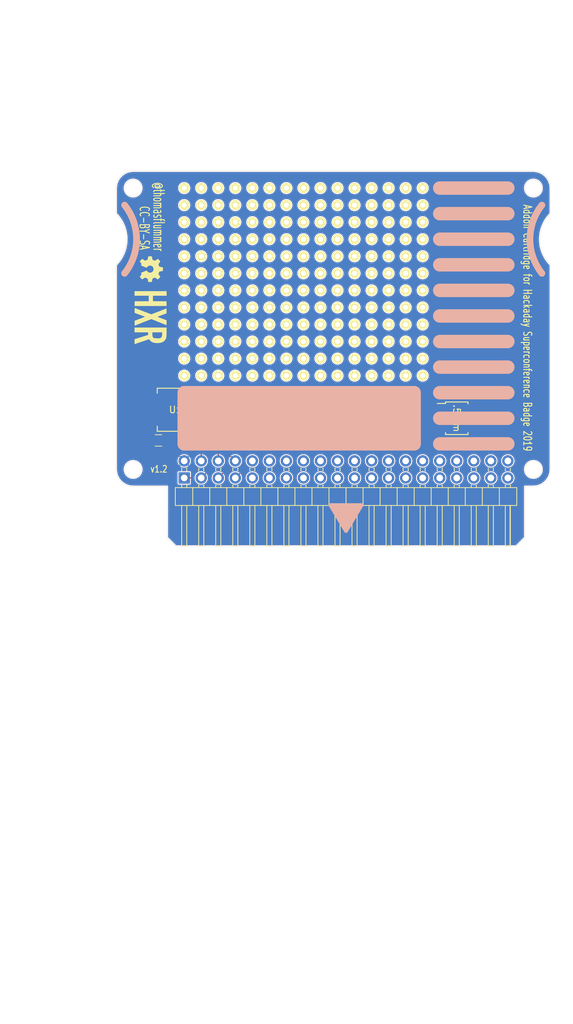
<source format=kicad_pcb>
(kicad_pcb (version 20190905) (host pcbnew "(5.99.0-269-g375c4bd3f)")
  (layers (0 "F.Cu" signal) (31 "B.Cu" signal) (34 "B.Paste" user) (35 "F.Paste" user) (36 "B.SilkS" user hide) (37 "F.SilkS" user) (38 "B.Mask" user) (39 "F.Mask" user) (44 "Edge.Cuts" user))
  (net 0 "")
  (net 1 "GND")
  (net 2 "+3V3")
  (net 3 "F_HOLD")
  (net 4 "F_CS")
  (net 5 "F_SCK")
  (net 6 "F_MISO")
  (net 7 "F_MOSI")
  (net 8 "F_WP")
  (net 9 "GENIO1")
  (net 10 "GENIO2")
  (net 11 "GENIO3")
  (net 12 "GENIO4")
  (net 13 "GENIO5")
  (net 14 "GENIO6")
  (net 15 "GENIO7")
  (net 16 "GENIO8")
  (net 17 "GENIO9")
  (net 18 "GENIO10")
  (net 19 "GENIO11")
  (net 20 "GENIO12")
  (net 21 "GENIO13")
  (net 22 "GENIO14")
  (net 23 "GENIO15")
  (net 24 "GENIO16")
  (net 25 "GENIO17")
  (net 26 "GENIO18")
  (net 27 "GENIO19")
  (net 28 "GENIO20")
  (net 29 "GENIO21")
  (net 30 "GENIO22")
  (net 31 "GENIO23")
  (net 32 "GENIO24")
  (net 33 "GENIO25")
  (net 34 "GENIO26")
  (net 35 "GENIO27")
  (net 36 "GENIO28")
  (net 37 "GENIO29")
  (net 38 "GENIO30")
  (net 39 "+5V")
  (net 40 "+BATT")
  (module "Aesthetics:oshw_logo_4.0mm" (layer "F.Cu") (at 72.5424 65.405 -90)
    (fp_text reference "G***" hide)
    (fp_text value "LOGO" hide)
  )
  (module "Connectors:SMD_Proto_pad" (layer "F.Cu") (at 125.73 83.185 90)
    (fp_text reference "REF**" hide)
    (fp_text value "SMD Proto pad" hide)
    (pad "1" smd rect (at 0 0 90) (size 1.016 1.016) (layers "F.Cu" "F.Mask"))
  )
  (module "Connectors:SMD_Proto_pad" (layer "F.Cu") (at 124.46 84.455 90)
    (fp_text reference "REF**" hide)
    (fp_text value "SMD Proto pad" hide)
    (pad "1" smd rect (at 0 0 90) (size 1.016 1.016) (layers "F.Cu" "F.Mask"))
  )
  (module "Connectors:SMD_Proto_pad" (layer "F.Cu") (at 125.73 85.725 90)
    (fp_text reference "REF**" hide)
    (fp_text value "SMD Proto pad" hide)
    (pad "1" smd rect (at 0 0 90) (size 1.016 1.016) (layers "F.Cu" "F.Mask"))
  )
  (module "Connectors:SMD_Proto_pad" (layer "F.Cu") (at 124.46 86.995 90)
    (fp_text reference "REF**" hide)
    (fp_text value "SMD Proto pad" hide)
    (pad "1" smd rect (at 0 0 90) (size 1.016 1.016) (layers "F.Cu" "F.Mask"))
  )
  (module "Connectors:SMD_Proto_pad" (layer "F.Cu") (at 125.73 88.265 90)
    (fp_text reference "REF**" hide)
    (fp_text value "SMD Proto pad" hide)
    (pad "1" smd rect (at 0 0 90) (size 1.016 1.016) (layers "F.Cu" "F.Mask"))
  )
  (module "Connectors:SMD_Proto_pad" (layer "F.Cu") (at 124.46 89.535 90)
    (fp_text reference "REF**" hide)
    (fp_text value "SMD Proto pad" hide)
    (pad "1" smd rect (at 0 0 90) (size 1.016 1.016) (layers "F.Cu" "F.Mask"))
  )
  (module "Connectors:SMD_Proto_pad" (layer "F.Cu") (at 125.73 90.805 90)
    (fp_text reference "REF**" hide)
    (fp_text value "SMD Proto pad" hide)
    (pad "1" smd rect (at 0 0 90) (size 1.016 1.016) (layers "F.Cu" "F.Mask"))
  )
  (module "Connectors:SMD_Proto_pad" (layer "F.Cu") (at 110.49 83.185 90)
    (fp_text reference "REF**" hide)
    (fp_text value "SMD Proto pad" hide)
    (pad "1" smd rect (at 0 0 90) (size 1.016 1.016) (layers "F.Cu" "F.Mask"))
  )
  (module "Connectors:SMD_Proto_pad" (layer "F.Cu") (at 111.76 84.455 90)
    (fp_text reference "REF**" hide)
    (fp_text value "SMD Proto pad" hide)
    (pad "1" smd rect (at 0 0 90) (size 1.016 1.016) (layers "F.Cu" "F.Mask"))
  )
  (module "Connectors:SMD_Proto_pad" (layer "F.Cu") (at 110.49 85.725 90)
    (fp_text reference "REF**" hide)
    (fp_text value "SMD Proto pad" hide)
    (pad "1" smd rect (at 0 0 90) (size 1.016 1.016) (layers "F.Cu" "F.Mask"))
  )
  (module "Connectors:SMD_Proto_pad" (layer "F.Cu") (at 111.76 86.995 90)
    (fp_text reference "REF**" hide)
    (fp_text value "SMD Proto pad" hide)
    (pad "1" smd rect (at 0 0 90) (size 1.016 1.016) (layers "F.Cu" "F.Mask"))
  )
  (module "Connectors:SMD_Proto_pad" (layer "F.Cu") (at 110.49 88.265 90)
    (fp_text reference "REF**" hide)
    (fp_text value "SMD Proto pad" hide)
    (pad "1" smd rect (at 0 0 90) (size 1.016 1.016) (layers "F.Cu" "F.Mask"))
  )
  (module "Connectors:SMD_Proto_pad" (layer "F.Cu") (at 111.76 89.535 90)
    (fp_text reference "REF**" hide)
    (fp_text value "SMD Proto pad" hide)
    (pad "1" smd rect (at 0 0 90) (size 1.016 1.016) (layers "F.Cu" "F.Mask"))
  )
  (module "Connectors:SMD_Proto_pad" (layer "F.Cu") (at 110.49 90.805 90)
    (fp_text reference "REF**" hide)
    (fp_text value "SMD Proto pad" hide)
    (pad "1" smd rect (at 0 0 90) (size 1.016 1.016) (layers "F.Cu" "F.Mask"))
  )
  (module "Connectors:SMD_Proto_pad" (layer "F.Cu") (at 111.76 92.075 90)
    (fp_text reference "REF**" hide)
    (fp_text value "SMD Proto pad" hide)
    (pad "1" smd rect (at 0 0 90) (size 1.016 1.016) (layers "F.Cu" "F.Mask"))
  )
  (module "Connectors:SMD_Proto_pad" (layer "F.Cu") (at 124.46 92.075 90)
    (fp_text reference "REF**" hide)
    (fp_text value "SMD Proto pad" hide)
    (pad "1" smd rect (at 0 0 90) (size 1.016 1.016) (layers "F.Cu" "F.Mask"))
  )
  (module "Housings_SSOP:MSOP-16_3x4mm_Pitch0.5mm" (layer "F.Cu") (at 118.11 87.63)
    (fp_text reference "REF**" hide)
    (fp_text value "MSOP-16_3x4mm_Pitch0.5mm" hide)
    (pad "1" smd rect (at -2.2 -1.75) (size 2.4 0.3) (layers "F.Cu" "F.Paste" "F.Mask"))
    (pad "2" smd rect (at -2.2 -1.25) (size 2.4 0.3) (layers "F.Cu" "F.Paste" "F.Mask"))
    (pad "3" smd rect (at -2.2 -0.75) (size 2.4 0.3) (layers "F.Cu" "F.Paste" "F.Mask"))
    (pad "4" smd rect (at -2.2 -0.25) (size 2.4 0.3) (layers "F.Cu" "F.Paste" "F.Mask"))
    (pad "5" smd rect (at -2.2 0.25) (size 2.4 0.3) (layers "F.Cu" "F.Paste" "F.Mask"))
    (pad "12" smd rect (at 2.2 0.25) (size 2.4 0.3) (layers "F.Cu" "F.Paste" "F.Mask"))
    (pad "13" smd rect (at 2.2 -0.25) (size 2.4 0.3) (layers "F.Cu" "F.Paste" "F.Mask"))
    (pad "14" smd rect (at 2.2 -0.75) (size 2.4 0.3) (layers "F.Cu" "F.Paste" "F.Mask"))
    (pad "15" smd rect (at 2.2 -1.25) (size 2.4 0.3) (layers "F.Cu" "F.Paste" "F.Mask"))
    (pad "16" smd rect (at 2.2 -1.75) (size 2.4 0.3) (layers "F.Cu" "F.Paste" "F.Mask"))
    (pad "6" smd rect (at -2.2 0.75) (size 2.4 0.3) (layers "F.Cu" "F.Paste" "F.Mask"))
    (pad "7" smd rect (at -2.2 1.25) (size 2.4 0.3) (layers "F.Cu" "F.Paste" "F.Mask"))
    (pad "8" smd rect (at -2.2 1.75) (size 2.4 0.3) (layers "F.Cu" "F.Paste" "F.Mask"))
    (pad "11" smd rect (at 2.2 0.75) (size 2.4 0.3) (layers "F.Cu" "F.Paste" "F.Mask"))
    (pad "10" smd rect (at 2.2 1.25) (size 2.4 0.3) (layers "F.Cu" "F.Paste" "F.Mask"))
    (pad "9" smd rect (at 2.2 1.75) (size 2.4 0.3) (layers "F.Cu" "F.Paste" "F.Mask"))
  )
  (module "Connectors:SMD_Proto_pad" (layer "F.Cu") (at 105.41 88.265 90)
    (fp_text reference "REF**" hide)
    (fp_text value "SMD Proto pad" hide)
    (pad "1" smd rect (at 0 0 90) (size 1.016 2.286) (layers "F.Cu" "F.Mask"))
  )
  (module "Connectors:SMD_Proto_pad" (layer "F.Cu") (at 102.87 86.995 90)
    (fp_text reference "REF**" hide)
    (fp_text value "SMD Proto pad" hide)
    (pad "1" smd rect (at 0 0 90) (size 1.016 2.286) (layers "F.Cu" "F.Mask"))
  )
  (module "Connectors:SMD_Proto_pad" (layer "F.Cu") (at 105.41 85.725 90)
    (fp_text reference "REF**" hide)
    (fp_text value "SMD Proto pad" hide)
    (pad "1" smd rect (at 0 0 90) (size 1.016 2.286) (layers "F.Cu" "F.Mask"))
  )
  (module "Connectors:SMD_Proto_pad" (layer "F.Cu") (at 102.87 89.535 90)
    (fp_text reference "REF**" hide)
    (fp_text value "SMD Proto pad" hide)
    (pad "1" smd rect (at 0 0 90) (size 1.016 2.286) (layers "F.Cu" "F.Mask"))
  )
  (module "Connectors:SMD_Proto_pad" (layer "F.Cu") (at 102.87 92.075 90)
    (fp_text reference "REF**" hide)
    (fp_text value "SMD Proto pad" hide)
    (pad "1" smd rect (at 0 0 90) (size 1.016 2.286) (layers "F.Cu" "F.Mask"))
  )
  (module "Connectors:SMD_Proto_pad" (layer "F.Cu") (at 105.41 90.805 90)
    (fp_text reference "REF**" hide)
    (fp_text value "SMD Proto pad" hide)
    (pad "1" smd rect (at 0 0 90) (size 1.016 2.286) (layers "F.Cu" "F.Mask"))
  )
  (module "Connectors:SMD_Proto_pad" (layer "F.Cu") (at 102.87 84.455 90)
    (fp_text reference "REF**" hide)
    (fp_text value "SMD Proto pad" hide)
    (pad "1" smd rect (at 0 0 90) (size 1.016 2.286) (layers "F.Cu" "F.Mask"))
  )
  (module "Connectors:SMD_Proto_pad" (layer "F.Cu") (at 105.41 83.185 90)
    (fp_text reference "REF**" hide)
    (fp_text value "SMD Proto pad" hide)
    (pad "1" smd rect (at 0 0 90) (size 1.016 2.286) (layers "F.Cu" "F.Mask"))
  )
  (module "Connectors:SMD_Proto_pad" (layer "F.Cu") (at 85.09 83.185 90)
    (fp_text reference "REF**" hide)
    (fp_text value "SMD Proto pad" hide)
    (pad "1" smd rect (at 0 0 90) (size 1.016 2.286) (layers "F.Cu" "F.Mask"))
  )
  (module "Connectors:SMD_Proto_pad" (layer "F.Cu") (at 87.63 92.075 90)
    (fp_text reference "REF**" hide)
    (fp_text value "SMD Proto pad" hide)
    (pad "1" smd rect (at 0 0 90) (size 1.016 2.286) (layers "F.Cu" "F.Mask"))
  )
  (module "Connectors:SMD_Proto_pad" (layer "F.Cu") (at 87.63 84.455 90)
    (fp_text reference "REF**" hide)
    (fp_text value "SMD Proto pad" hide)
    (pad "1" smd rect (at 0 0 90) (size 1.016 2.286) (layers "F.Cu" "F.Mask"))
  )
  (module "Connectors:SMD_Proto_pad" (layer "F.Cu") (at 85.09 85.725 90)
    (fp_text reference "REF**" hide)
    (fp_text value "SMD Proto pad" hide)
    (pad "1" smd rect (at 0 0 90) (size 1.016 2.286) (layers "F.Cu" "F.Mask"))
  )
  (module "Connectors:SMD_Proto_pad" (layer "F.Cu") (at 87.63 86.995 90)
    (fp_text reference "REF**" hide)
    (fp_text value "SMD Proto pad" hide)
    (pad "1" smd rect (at 0 0 90) (size 1.016 2.286) (layers "F.Cu" "F.Mask"))
  )
  (module "Connectors:SMD_Proto_pad" (layer "F.Cu") (at 85.09 88.265 90)
    (fp_text reference "REF**" hide)
    (fp_text value "SMD Proto pad" hide)
    (pad "1" smd rect (at 0 0 90) (size 1.016 2.286) (layers "F.Cu" "F.Mask"))
  )
  (module "Connectors:SMD_Proto_pad" (layer "F.Cu") (at 87.63 89.535 90)
    (fp_text reference "REF**" hide)
    (fp_text value "SMD Proto pad" hide)
    (pad "1" smd rect (at 0 0 90) (size 1.016 2.286) (layers "F.Cu" "F.Mask"))
  )
  (module "Connectors:SMD_Proto_pad" (layer "F.Cu") (at 85.09 90.805 90)
    (fp_text reference "REF**" hide)
    (fp_text value "SMD Proto pad" hide)
    (pad "1" smd rect (at 0 0 90) (size 1.016 2.286) (layers "F.Cu" "F.Mask"))
  )
  (module "Housings_SSOP:SSOP-16_5.3x6.2mm_Pitch0.65mm" (layer "F.Cu") (at 95.25 87.63)
    (fp_text reference "REF**" hide)
    (fp_text value "SSOP-16_5.3x6.2mm_Pitch0.65mm" hide)
    (pad "1" smd rect (at -3.45 -2.275) (size 3.2 0.4) (layers "F.Cu" "F.Paste" "F.Mask"))
    (pad "2" smd rect (at -3.45 -1.625) (size 3.2 0.4) (layers "F.Cu" "F.Paste" "F.Mask"))
    (pad "3" smd rect (at -3.45 -0.975) (size 3.2 0.4) (layers "F.Cu" "F.Paste" "F.Mask"))
    (pad "4" smd rect (at -3.45 -0.325) (size 3.2 0.4) (layers "F.Cu" "F.Paste" "F.Mask"))
    (pad "5" smd rect (at -3.45 0.325) (size 3.2 0.4) (layers "F.Cu" "F.Paste" "F.Mask"))
    (pad "6" smd rect (at -3.45 0.975) (size 3.2 0.4) (layers "F.Cu" "F.Paste" "F.Mask"))
    (pad "7" smd rect (at -3.45 1.625) (size 3.2 0.4) (layers "F.Cu" "F.Paste" "F.Mask"))
    (pad "8" smd rect (at -3.45 2.275) (size 3.2 0.4) (layers "F.Cu" "F.Paste" "F.Mask"))
    (pad "9" smd rect (at 3.45 2.275) (size 3.2 0.4) (layers "F.Cu" "F.Paste" "F.Mask"))
    (pad "10" smd rect (at 3.45 1.625) (size 3.2 0.4) (layers "F.Cu" "F.Paste" "F.Mask"))
    (pad "11" smd rect (at 3.45 0.975) (size 3.2 0.4) (layers "F.Cu" "F.Paste" "F.Mask"))
    (pad "12" smd rect (at 3.45 0.325) (size 3.2 0.4) (layers "F.Cu" "F.Paste" "F.Mask"))
    (pad "13" smd rect (at 3.45 -0.325) (size 3.2 0.4) (layers "F.Cu" "F.Paste" "F.Mask"))
    (pad "14" smd rect (at 3.45 -0.975) (size 3.2 0.4) (layers "F.Cu" "F.Paste" "F.Mask"))
    (pad "15" smd rect (at 3.45 -1.625) (size 3.2 0.4) (layers "F.Cu" "F.Paste" "F.Mask"))
    (pad "16" smd rect (at 3.45 -2.275) (size 3.2 0.4) (layers "F.Cu" "F.Paste" "F.Mask"))
  )
  (module "Aesthetics:HXR_logo_small" (layer "F.Cu") (at 72.4662 75.3618 -90)
    (fp_text reference "G***" hide)
    (fp_text value "LOGO" hide)
  )
  (module "Connectors:SMD_Proto_pad" (layer "F.Cu") (at 121.285 81.28)
    (fp_text reference "REF**" hide)
    (fp_text value "SMD Proto pad" hide)
    (pad "1" smd rect (at 0 0) (size 1.016 2.286) (layers "F.Cu" "F.Mask"))
  )
  (module "Connectors:SMD_Proto_pad" (layer "F.Cu") (at 118.745 81.28)
    (fp_text reference "REF**" hide)
    (fp_text value "SMD Proto pad" hide)
    (pad "1" smd rect (at 0 0) (size 1.016 2.286) (layers "F.Cu" "F.Mask"))
  )
  (module "Connectors:SMD_Proto_pad" (layer "F.Cu") (at 123.825 81.28)
    (fp_text reference "REF**" hide)
    (fp_text value "SMD Proto pad" hide)
    (pad "1" smd rect (at 0 0) (size 1.016 2.286) (layers "F.Cu" "F.Mask"))
  )
  (module "Connectors:SMD_Proto_pad" (layer "F.Cu") (at 116.205 81.28)
    (fp_text reference "REF**" hide)
    (fp_text value "SMD Proto pad" hide)
    (pad "1" smd rect (at 0 0) (size 1.016 2.286) (layers "F.Cu" "F.Mask"))
  )
  (module "Connectors:SMD_Proto_pad" (layer "F.Cu") (at 122.555 81.28)
    (fp_text reference "REF**" hide)
    (fp_text value "SMD Proto pad" hide)
    (pad "1" smd rect (at 0 0) (size 1.016 2.286) (layers "F.Cu" "F.Mask"))
  )
  (module "Connectors:SMD_Proto_pad" (layer "F.Cu") (at 120.015 81.28)
    (fp_text reference "REF**" hide)
    (fp_text value "SMD Proto pad" hide)
    (pad "1" smd rect (at 0 0) (size 1.016 2.286) (layers "F.Cu" "F.Mask"))
  )
  (module "Connectors:SMD_Proto_pad" (layer "F.Cu") (at 117.475 81.28)
    (fp_text reference "REF**" hide)
    (fp_text value "SMD Proto pad" hide)
    (pad "1" smd rect (at 0 0) (size 1.016 2.286) (layers "F.Cu" "F.Mask"))
  )
  (module "Connectors:SMD_Proto_pad" (layer "F.Cu") (at 114.935 81.28)
    (fp_text reference "REF**" hide)
    (fp_text value "SMD Proto pad" hide)
    (pad "1" smd rect (at 0 0) (size 1.016 2.286) (layers "F.Cu" "F.Mask"))
  )
  (module "Connectors:SMD_Proto_pad" (layer "F.Cu") (at 126.365 81.28)
    (fp_text reference "REF**" hide)
    (fp_text value "SMD Proto pad" hide)
    (pad "1" smd rect (at 0 0) (size 1.016 2.286) (layers "F.Cu" "F.Mask"))
  )
  (module "Connectors:SMD_Proto_pad" (layer "F.Cu") (at 125.095 81.28)
    (fp_text reference "REF**" hide)
    (fp_text value "SMD Proto pad" hide)
    (pad "1" smd rect (at 0 0) (size 1.016 2.286) (layers "F.Cu" "F.Mask"))
  )
  (module "Connectors:SMD_Proto_pad" (layer "F.Cu") (at 121.285 78.74)
    (fp_text reference "REF**" hide)
    (fp_text value "SMD Proto pad" hide)
    (pad "1" smd rect (at 0 0) (size 1.016 2.286) (layers "F.Cu" "F.Mask"))
  )
  (module "Connectors:SMD_Proto_pad" (layer "F.Cu") (at 118.745 78.74)
    (fp_text reference "REF**" hide)
    (fp_text value "SMD Proto pad" hide)
    (pad "1" smd rect (at 0 0) (size 1.016 2.286) (layers "F.Cu" "F.Mask"))
  )
  (module "Connectors:SMD_Proto_pad" (layer "F.Cu") (at 123.825 78.74)
    (fp_text reference "REF**" hide)
    (fp_text value "SMD Proto pad" hide)
    (pad "1" smd rect (at 0 0) (size 1.016 2.286) (layers "F.Cu" "F.Mask"))
  )
  (module "Connectors:SMD_Proto_pad" (layer "F.Cu") (at 116.205 78.74)
    (fp_text reference "REF**" hide)
    (fp_text value "SMD Proto pad" hide)
    (pad "1" smd rect (at 0 0) (size 1.016 2.286) (layers "F.Cu" "F.Mask"))
  )
  (module "Connectors:SMD_Proto_pad" (layer "F.Cu") (at 122.555 78.74)
    (fp_text reference "REF**" hide)
    (fp_text value "SMD Proto pad" hide)
    (pad "1" smd rect (at 0 0) (size 1.016 2.286) (layers "F.Cu" "F.Mask"))
  )
  (module "Connectors:SMD_Proto_pad" (layer "F.Cu") (at 120.015 78.74)
    (fp_text reference "REF**" hide)
    (fp_text value "SMD Proto pad" hide)
    (pad "1" smd rect (at 0 0) (size 1.016 2.286) (layers "F.Cu" "F.Mask"))
  )
  (module "Connectors:SMD_Proto_pad" (layer "F.Cu") (at 117.475 78.74)
    (fp_text reference "REF**" hide)
    (fp_text value "SMD Proto pad" hide)
    (pad "1" smd rect (at 0 0) (size 1.016 2.286) (layers "F.Cu" "F.Mask"))
  )
  (module "Connectors:SMD_Proto_pad" (layer "F.Cu") (at 114.935 78.74)
    (fp_text reference "REF**" hide)
    (fp_text value "SMD Proto pad" hide)
    (pad "1" smd rect (at 0 0) (size 1.016 2.286) (layers "F.Cu" "F.Mask"))
  )
  (module "Connectors:SMD_Proto_pad" (layer "F.Cu") (at 126.365 78.74)
    (fp_text reference "REF**" hide)
    (fp_text value "SMD Proto pad" hide)
    (pad "1" smd rect (at 0 0) (size 1.016 2.286) (layers "F.Cu" "F.Mask"))
  )
  (module "Connectors:SMD_Proto_pad" (layer "F.Cu") (at 125.095 78.74)
    (fp_text reference "REF**" hide)
    (fp_text value "SMD Proto pad" hide)
    (pad "1" smd rect (at 0 0) (size 1.016 2.286) (layers "F.Cu" "F.Mask"))
  )
  (module "Connectors:SMD_Proto_pad" (layer "F.Cu") (at 121.285 76.2)
    (fp_text reference "REF**" hide)
    (fp_text value "SMD Proto pad" hide)
    (pad "1" smd rect (at 0 0) (size 1.016 2.286) (layers "F.Cu" "F.Mask"))
  )
  (module "Connectors:SMD_Proto_pad" (layer "F.Cu") (at 118.745 76.2)
    (fp_text reference "REF**" hide)
    (fp_text value "SMD Proto pad" hide)
    (pad "1" smd rect (at 0 0) (size 1.016 2.286) (layers "F.Cu" "F.Mask"))
  )
  (module "Connectors:SMD_Proto_pad" (layer "F.Cu") (at 123.825 76.2)
    (fp_text reference "REF**" hide)
    (fp_text value "SMD Proto pad" hide)
    (pad "1" smd rect (at 0 0) (size 1.016 2.286) (layers "F.Cu" "F.Mask"))
  )
  (module "Connectors:SMD_Proto_pad" (layer "F.Cu") (at 116.205 76.2)
    (fp_text reference "REF**" hide)
    (fp_text value "SMD Proto pad" hide)
    (pad "1" smd rect (at 0 0) (size 1.016 2.286) (layers "F.Cu" "F.Mask"))
  )
  (module "Connectors:SMD_Proto_pad" (layer "F.Cu") (at 122.555 76.2)
    (fp_text reference "REF**" hide)
    (fp_text value "SMD Proto pad" hide)
    (pad "1" smd rect (at 0 0) (size 1.016 2.286) (layers "F.Cu" "F.Mask"))
  )
  (module "Connectors:SMD_Proto_pad" (layer "F.Cu") (at 120.015 76.2)
    (fp_text reference "REF**" hide)
    (fp_text value "SMD Proto pad" hide)
    (pad "1" smd rect (at 0 0) (size 1.016 2.286) (layers "F.Cu" "F.Mask"))
  )
  (module "Connectors:SMD_Proto_pad" (layer "F.Cu") (at 117.475 76.2)
    (fp_text reference "REF**" hide)
    (fp_text value "SMD Proto pad" hide)
    (pad "1" smd rect (at 0 0) (size 1.016 2.286) (layers "F.Cu" "F.Mask"))
  )
  (module "Connectors:SMD_Proto_pad" (layer "F.Cu") (at 114.935 76.2)
    (fp_text reference "REF**" hide)
    (fp_text value "SMD Proto pad" hide)
    (pad "1" smd rect (at 0 0) (size 1.016 2.286) (layers "F.Cu" "F.Mask"))
  )
  (module "Connectors:SMD_Proto_pad" (layer "F.Cu") (at 126.365 76.2)
    (fp_text reference "REF**" hide)
    (fp_text value "SMD Proto pad" hide)
    (pad "1" smd rect (at 0 0) (size 1.016 2.286) (layers "F.Cu" "F.Mask"))
  )
  (module "Connectors:SMD_Proto_pad" (layer "F.Cu") (at 125.095 76.2)
    (fp_text reference "REF**" hide)
    (fp_text value "SMD Proto pad" hide)
    (pad "1" smd rect (at 0 0) (size 1.016 2.286) (layers "F.Cu" "F.Mask"))
  )
  (module "Connectors:SMD_Proto_pad" (layer "F.Cu") (at 120.015 73.66)
    (fp_text reference "REF**" hide)
    (fp_text value "SMD Proto pad" hide)
    (pad "1" smd rect (at 0 0) (size 1.016 2.286) (layers "F.Cu" "F.Mask"))
  )
  (module "Connectors:SMD_Proto_pad" (layer "F.Cu") (at 126.365 73.66)
    (fp_text reference "REF**" hide)
    (fp_text value "SMD Proto pad" hide)
    (pad "1" smd rect (at 0 0) (size 1.016 2.286) (layers "F.Cu" "F.Mask"))
  )
  (module "Connectors:SMD_Proto_pad" (layer "F.Cu") (at 125.095 73.66)
    (fp_text reference "REF**" hide)
    (fp_text value "SMD Proto pad" hide)
    (pad "1" smd rect (at 0 0) (size 1.016 2.286) (layers "F.Cu" "F.Mask"))
  )
  (module "Connectors:SMD_Proto_pad" (layer "F.Cu") (at 117.475 73.66)
    (fp_text reference "REF**" hide)
    (fp_text value "SMD Proto pad" hide)
    (pad "1" smd rect (at 0 0) (size 1.016 2.286) (layers "F.Cu" "F.Mask"))
  )
  (module "Connectors:SMD_Proto_pad" (layer "F.Cu") (at 114.935 73.66)
    (fp_text reference "REF**" hide)
    (fp_text value "SMD Proto pad" hide)
    (pad "1" smd rect (at 0 0) (size 1.016 2.286) (layers "F.Cu" "F.Mask"))
  )
  (module "Connectors:SMD_Proto_pad" (layer "F.Cu") (at 121.285 73.66)
    (fp_text reference "REF**" hide)
    (fp_text value "SMD Proto pad" hide)
    (pad "1" smd rect (at 0 0) (size 1.016 2.286) (layers "F.Cu" "F.Mask"))
  )
  (module "Connectors:SMD_Proto_pad" (layer "F.Cu") (at 118.745 73.66)
    (fp_text reference "REF**" hide)
    (fp_text value "SMD Proto pad" hide)
    (pad "1" smd rect (at 0 0) (size 1.016 2.286) (layers "F.Cu" "F.Mask"))
  )
  (module "Connectors:SMD_Proto_pad" (layer "F.Cu") (at 123.825 73.66)
    (fp_text reference "REF**" hide)
    (fp_text value "SMD Proto pad" hide)
    (pad "1" smd rect (at 0 0) (size 1.016 2.286) (layers "F.Cu" "F.Mask"))
  )
  (module "Connectors:SMD_Proto_pad" (layer "F.Cu") (at 116.205 73.66)
    (fp_text reference "REF**" hide)
    (fp_text value "SMD Proto pad" hide)
    (pad "1" smd rect (at 0 0) (size 1.016 2.286) (layers "F.Cu" "F.Mask"))
  )
  (module "Connectors:SMD_Proto_pad" (layer "F.Cu") (at 122.555 73.66)
    (fp_text reference "REF**" hide)
    (fp_text value "SMD Proto pad" hide)
    (pad "1" smd rect (at 0 0) (size 1.016 2.286) (layers "F.Cu" "F.Mask"))
  )
  (module "Connectors:SMD_Proto_pad" (layer "F.Cu") (at 117.475 71.12)
    (fp_text reference "REF**" hide)
    (fp_text value "SMD Proto pad" hide)
    (pad "1" smd rect (at 0 0) (size 1.016 2.286) (layers "F.Cu" "F.Mask"))
  )
  (module "Connectors:SMD_Proto_pad" (layer "F.Cu") (at 114.935 71.12)
    (fp_text reference "REF**" hide)
    (fp_text value "SMD Proto pad" hide)
    (pad "1" smd rect (at 0 0) (size 1.016 2.286) (layers "F.Cu" "F.Mask"))
  )
  (module "Connectors:SMD_Proto_pad" (layer "F.Cu") (at 121.285 71.12)
    (fp_text reference "REF**" hide)
    (fp_text value "SMD Proto pad" hide)
    (pad "1" smd rect (at 0 0) (size 1.016 2.286) (layers "F.Cu" "F.Mask"))
  )
  (module "Connectors:SMD_Proto_pad" (layer "F.Cu") (at 118.745 71.12)
    (fp_text reference "REF**" hide)
    (fp_text value "SMD Proto pad" hide)
    (pad "1" smd rect (at 0 0) (size 1.016 2.286) (layers "F.Cu" "F.Mask"))
  )
  (module "Connectors:SMD_Proto_pad" (layer "F.Cu") (at 123.825 71.12)
    (fp_text reference "REF**" hide)
    (fp_text value "SMD Proto pad" hide)
    (pad "1" smd rect (at 0 0) (size 1.016 2.286) (layers "F.Cu" "F.Mask"))
  )
  (module "Connectors:SMD_Proto_pad" (layer "F.Cu") (at 116.205 71.12)
    (fp_text reference "REF**" hide)
    (fp_text value "SMD Proto pad" hide)
    (pad "1" smd rect (at 0 0) (size 1.016 2.286) (layers "F.Cu" "F.Mask"))
  )
  (module "Connectors:SMD_Proto_pad" (layer "F.Cu") (at 122.555 71.12)
    (fp_text reference "REF**" hide)
    (fp_text value "SMD Proto pad" hide)
    (pad "1" smd rect (at 0 0) (size 1.016 2.286) (layers "F.Cu" "F.Mask"))
  )
  (module "Connectors:SMD_Proto_pad" (layer "F.Cu") (at 120.015 71.12)
    (fp_text reference "REF**" hide)
    (fp_text value "SMD Proto pad" hide)
    (pad "1" smd rect (at 0 0) (size 1.016 2.286) (layers "F.Cu" "F.Mask"))
  )
  (module "Connectors:SMD_Proto_pad" (layer "F.Cu") (at 126.365 71.12)
    (fp_text reference "REF**" hide)
    (fp_text value "SMD Proto pad" hide)
    (pad "1" smd rect (at 0 0) (size 1.016 2.286) (layers "F.Cu" "F.Mask"))
  )
  (module "Connectors:SMD_Proto_pad" (layer "F.Cu") (at 125.095 71.12)
    (fp_text reference "REF**" hide)
    (fp_text value "SMD Proto pad" hide)
    (pad "1" smd rect (at 0 0) (size 1.016 2.286) (layers "F.Cu" "F.Mask"))
  )
  (module "Connectors:SMD_Proto_pad" (layer "F.Cu") (at 117.475 68.58)
    (fp_text reference "REF**" hide)
    (fp_text value "SMD Proto pad" hide)
    (pad "1" smd rect (at 0 0) (size 1.016 2.286) (layers "F.Cu" "F.Mask"))
  )
  (module "Connectors:SMD_Proto_pad" (layer "F.Cu") (at 114.935 68.58)
    (fp_text reference "REF**" hide)
    (fp_text value "SMD Proto pad" hide)
    (pad "1" smd rect (at 0 0) (size 1.016 2.286) (layers "F.Cu" "F.Mask"))
  )
  (module "Connectors:SMD_Proto_pad" (layer "F.Cu") (at 121.285 68.58)
    (fp_text reference "REF**" hide)
    (fp_text value "SMD Proto pad" hide)
    (pad "1" smd rect (at 0 0) (size 1.016 2.286) (layers "F.Cu" "F.Mask"))
  )
  (module "Connectors:SMD_Proto_pad" (layer "F.Cu") (at 118.745 68.58)
    (fp_text reference "REF**" hide)
    (fp_text value "SMD Proto pad" hide)
    (pad "1" smd rect (at 0 0) (size 1.016 2.286) (layers "F.Cu" "F.Mask"))
  )
  (module "Connectors:SMD_Proto_pad" (layer "F.Cu") (at 123.825 68.58)
    (fp_text reference "REF**" hide)
    (fp_text value "SMD Proto pad" hide)
    (pad "1" smd rect (at 0 0) (size 1.016 2.286) (layers "F.Cu" "F.Mask"))
  )
  (module "Connectors:SMD_Proto_pad" (layer "F.Cu") (at 116.205 68.58)
    (fp_text reference "REF**" hide)
    (fp_text value "SMD Proto pad" hide)
    (pad "1" smd rect (at 0 0) (size 1.016 2.286) (layers "F.Cu" "F.Mask"))
  )
  (module "Connectors:SMD_Proto_pad" (layer "F.Cu") (at 122.555 68.58)
    (fp_text reference "REF**" hide)
    (fp_text value "SMD Proto pad" hide)
    (pad "1" smd rect (at 0 0) (size 1.016 2.286) (layers "F.Cu" "F.Mask"))
  )
  (module "Connectors:SMD_Proto_pad" (layer "F.Cu") (at 120.015 68.58)
    (fp_text reference "REF**" hide)
    (fp_text value "SMD Proto pad" hide)
    (pad "1" smd rect (at 0 0) (size 1.016 2.286) (layers "F.Cu" "F.Mask"))
  )
  (module "Connectors:SMD_Proto_pad" (layer "F.Cu") (at 126.365 68.58)
    (fp_text reference "REF**" hide)
    (fp_text value "SMD Proto pad" hide)
    (pad "1" smd rect (at 0 0) (size 1.016 2.286) (layers "F.Cu" "F.Mask"))
  )
  (module "Connectors:SMD_Proto_pad" (layer "F.Cu") (at 125.095 68.58)
    (fp_text reference "REF**" hide)
    (fp_text value "SMD Proto pad" hide)
    (pad "1" smd rect (at 0 0) (size 1.016 2.286) (layers "F.Cu" "F.Mask"))
  )
  (module "Connectors:SMD_Proto_pad" (layer "F.Cu") (at 117.475 66.04)
    (fp_text reference "REF**" hide)
    (fp_text value "SMD Proto pad" hide)
    (pad "1" smd rect (at 0 0) (size 1.016 2.286) (layers "F.Cu" "F.Mask"))
  )
  (module "Connectors:SMD_Proto_pad" (layer "F.Cu") (at 114.935 66.04)
    (fp_text reference "REF**" hide)
    (fp_text value "SMD Proto pad" hide)
    (pad "1" smd rect (at 0 0) (size 1.016 2.286) (layers "F.Cu" "F.Mask"))
  )
  (module "Connectors:SMD_Proto_pad" (layer "F.Cu") (at 121.285 66.04)
    (fp_text reference "REF**" hide)
    (fp_text value "SMD Proto pad" hide)
    (pad "1" smd rect (at 0 0) (size 1.016 2.286) (layers "F.Cu" "F.Mask"))
  )
  (module "Connectors:SMD_Proto_pad" (layer "F.Cu") (at 118.745 66.04)
    (fp_text reference "REF**" hide)
    (fp_text value "SMD Proto pad" hide)
    (pad "1" smd rect (at 0 0) (size 1.016 2.286) (layers "F.Cu" "F.Mask"))
  )
  (module "Connectors:SMD_Proto_pad" (layer "F.Cu") (at 123.825 66.04)
    (fp_text reference "REF**" hide)
    (fp_text value "SMD Proto pad" hide)
    (pad "1" smd rect (at 0 0) (size 1.016 2.286) (layers "F.Cu" "F.Mask"))
  )
  (module "Connectors:SMD_Proto_pad" (layer "F.Cu") (at 116.205 66.04)
    (fp_text reference "REF**" hide)
    (fp_text value "SMD Proto pad" hide)
    (pad "1" smd rect (at 0 0) (size 1.016 2.286) (layers "F.Cu" "F.Mask"))
  )
  (module "Connectors:SMD_Proto_pad" (layer "F.Cu") (at 122.555 66.04)
    (fp_text reference "REF**" hide)
    (fp_text value "SMD Proto pad" hide)
    (pad "1" smd rect (at 0 0) (size 1.016 2.286) (layers "F.Cu" "F.Mask"))
  )
  (module "Connectors:SMD_Proto_pad" (layer "F.Cu") (at 120.015 66.04)
    (fp_text reference "REF**" hide)
    (fp_text value "SMD Proto pad" hide)
    (pad "1" smd rect (at 0 0) (size 1.016 2.286) (layers "F.Cu" "F.Mask"))
  )
  (module "Connectors:SMD_Proto_pad" (layer "F.Cu") (at 126.365 66.04)
    (fp_text reference "REF**" hide)
    (fp_text value "SMD Proto pad" hide)
    (pad "1" smd rect (at 0 0) (size 1.016 2.286) (layers "F.Cu" "F.Mask"))
  )
  (module "Connectors:SMD_Proto_pad" (layer "F.Cu") (at 125.095 66.04)
    (fp_text reference "REF**" hide)
    (fp_text value "SMD Proto pad" hide)
    (pad "1" smd rect (at 0 0) (size 1.016 2.286) (layers "F.Cu" "F.Mask"))
  )
  (module "Connectors:SMD_Proto_pad" (layer "F.Cu") (at 117.475 63.5)
    (fp_text reference "REF**" hide)
    (fp_text value "SMD Proto pad" hide)
    (pad "1" smd rect (at 0 0) (size 1.016 2.286) (layers "F.Cu" "F.Mask"))
  )
  (module "Connectors:SMD_Proto_pad" (layer "F.Cu") (at 114.935 63.5)
    (fp_text reference "REF**" hide)
    (fp_text value "SMD Proto pad" hide)
    (pad "1" smd rect (at 0 0) (size 1.016 2.286) (layers "F.Cu" "F.Mask"))
  )
  (module "Connectors:SMD_Proto_pad" (layer "F.Cu") (at 121.285 63.5)
    (fp_text reference "REF**" hide)
    (fp_text value "SMD Proto pad" hide)
    (pad "1" smd rect (at 0 0) (size 1.016 2.286) (layers "F.Cu" "F.Mask"))
  )
  (module "Connectors:SMD_Proto_pad" (layer "F.Cu") (at 118.745 63.5)
    (fp_text reference "REF**" hide)
    (fp_text value "SMD Proto pad" hide)
    (pad "1" smd rect (at 0 0) (size 1.016 2.286) (layers "F.Cu" "F.Mask"))
  )
  (module "Connectors:SMD_Proto_pad" (layer "F.Cu") (at 123.825 63.5)
    (fp_text reference "REF**" hide)
    (fp_text value "SMD Proto pad" hide)
    (pad "1" smd rect (at 0 0) (size 1.016 2.286) (layers "F.Cu" "F.Mask"))
  )
  (module "Connectors:SMD_Proto_pad" (layer "F.Cu") (at 116.205 63.5)
    (fp_text reference "REF**" hide)
    (fp_text value "SMD Proto pad" hide)
    (pad "1" smd rect (at 0 0) (size 1.016 2.286) (layers "F.Cu" "F.Mask"))
  )
  (module "Connectors:SMD_Proto_pad" (layer "F.Cu") (at 122.555 63.5)
    (fp_text reference "REF**" hide)
    (fp_text value "SMD Proto pad" hide)
    (pad "1" smd rect (at 0 0) (size 1.016 2.286) (layers "F.Cu" "F.Mask"))
  )
  (module "Connectors:SMD_Proto_pad" (layer "F.Cu") (at 120.015 63.5)
    (fp_text reference "REF**" hide)
    (fp_text value "SMD Proto pad" hide)
    (pad "1" smd rect (at 0 0) (size 1.016 2.286) (layers "F.Cu" "F.Mask"))
  )
  (module "Connectors:SMD_Proto_pad" (layer "F.Cu") (at 126.365 63.5)
    (fp_text reference "REF**" hide)
    (fp_text value "SMD Proto pad" hide)
    (pad "1" smd rect (at 0 0) (size 1.016 2.286) (layers "F.Cu" "F.Mask"))
  )
  (module "Connectors:SMD_Proto_pad" (layer "F.Cu") (at 125.095 63.5)
    (fp_text reference "REF**" hide)
    (fp_text value "SMD Proto pad" hide)
    (pad "1" smd rect (at 0 0) (size 1.016 2.286) (layers "F.Cu" "F.Mask"))
  )
  (module "Connectors:SMD_Proto_pad" (layer "F.Cu") (at 117.475 60.96)
    (fp_text reference "REF**" hide)
    (fp_text value "SMD Proto pad" hide)
    (pad "1" smd rect (at 0 0) (size 1.016 2.286) (layers "F.Cu" "F.Mask"))
  )
  (module "Connectors:SMD_Proto_pad" (layer "F.Cu") (at 114.935 60.96)
    (fp_text reference "REF**" hide)
    (fp_text value "SMD Proto pad" hide)
    (pad "1" smd rect (at 0 0) (size 1.016 2.286) (layers "F.Cu" "F.Mask"))
  )
  (module "Connectors:SMD_Proto_pad" (layer "F.Cu") (at 121.285 60.96)
    (fp_text reference "REF**" hide)
    (fp_text value "SMD Proto pad" hide)
    (pad "1" smd rect (at 0 0) (size 1.016 2.286) (layers "F.Cu" "F.Mask"))
  )
  (module "Connectors:SMD_Proto_pad" (layer "F.Cu") (at 118.745 60.96)
    (fp_text reference "REF**" hide)
    (fp_text value "SMD Proto pad" hide)
    (pad "1" smd rect (at 0 0) (size 1.016 2.286) (layers "F.Cu" "F.Mask"))
  )
  (module "Connectors:SMD_Proto_pad" (layer "F.Cu") (at 123.825 60.96)
    (fp_text reference "REF**" hide)
    (fp_text value "SMD Proto pad" hide)
    (pad "1" smd rect (at 0 0) (size 1.016 2.286) (layers "F.Cu" "F.Mask"))
  )
  (module "Connectors:SMD_Proto_pad" (layer "F.Cu") (at 116.205 60.96)
    (fp_text reference "REF**" hide)
    (fp_text value "SMD Proto pad" hide)
    (pad "1" smd rect (at 0 0) (size 1.016 2.286) (layers "F.Cu" "F.Mask"))
  )
  (module "Connectors:SMD_Proto_pad" (layer "F.Cu") (at 122.555 60.96)
    (fp_text reference "REF**" hide)
    (fp_text value "SMD Proto pad" hide)
    (pad "1" smd rect (at 0 0) (size 1.016 2.286) (layers "F.Cu" "F.Mask"))
  )
  (module "Connectors:SMD_Proto_pad" (layer "F.Cu") (at 120.015 60.96)
    (fp_text reference "REF**" hide)
    (fp_text value "SMD Proto pad" hide)
    (pad "1" smd rect (at 0 0) (size 1.016 2.286) (layers "F.Cu" "F.Mask"))
  )
  (module "Connectors:SMD_Proto_pad" (layer "F.Cu") (at 126.365 60.96)
    (fp_text reference "REF**" hide)
    (fp_text value "SMD Proto pad" hide)
    (pad "1" smd rect (at 0 0) (size 1.016 2.286) (layers "F.Cu" "F.Mask"))
  )
  (module "Connectors:SMD_Proto_pad" (layer "F.Cu") (at 125.095 60.96)
    (fp_text reference "REF**" hide)
    (fp_text value "SMD Proto pad" hide)
    (pad "1" smd rect (at 0 0) (size 1.016 2.286) (layers "F.Cu" "F.Mask"))
  )
  (module "Connectors:SMD_Proto_pad" (layer "F.Cu") (at 117.475 58.42)
    (fp_text reference "REF**" hide)
    (fp_text value "SMD Proto pad" hide)
    (pad "1" smd rect (at 0 0) (size 1.016 2.286) (layers "F.Cu" "F.Mask"))
  )
  (module "Connectors:SMD_Proto_pad" (layer "F.Cu") (at 114.935 58.42)
    (fp_text reference "REF**" hide)
    (fp_text value "SMD Proto pad" hide)
    (pad "1" smd rect (at 0 0) (size 1.016 2.286) (layers "F.Cu" "F.Mask"))
  )
  (module "Connectors:SMD_Proto_pad" (layer "F.Cu") (at 121.285 58.42)
    (fp_text reference "REF**" hide)
    (fp_text value "SMD Proto pad" hide)
    (pad "1" smd rect (at 0 0) (size 1.016 2.286) (layers "F.Cu" "F.Mask"))
  )
  (module "Connectors:SMD_Proto_pad" (layer "F.Cu") (at 118.745 58.42)
    (fp_text reference "REF**" hide)
    (fp_text value "SMD Proto pad" hide)
    (pad "1" smd rect (at 0 0) (size 1.016 2.286) (layers "F.Cu" "F.Mask"))
  )
  (module "Connectors:SMD_Proto_pad" (layer "F.Cu") (at 123.825 58.42)
    (fp_text reference "REF**" hide)
    (fp_text value "SMD Proto pad" hide)
    (pad "1" smd rect (at 0 0) (size 1.016 2.286) (layers "F.Cu" "F.Mask"))
  )
  (module "Connectors:SMD_Proto_pad" (layer "F.Cu") (at 116.205 58.42)
    (fp_text reference "REF**" hide)
    (fp_text value "SMD Proto pad" hide)
    (pad "1" smd rect (at 0 0) (size 1.016 2.286) (layers "F.Cu" "F.Mask"))
  )
  (module "Connectors:SMD_Proto_pad" (layer "F.Cu") (at 122.555 58.42)
    (fp_text reference "REF**" hide)
    (fp_text value "SMD Proto pad" hide)
    (pad "1" smd rect (at 0 0) (size 1.016 2.286) (layers "F.Cu" "F.Mask"))
  )
  (module "Connectors:SMD_Proto_pad" (layer "F.Cu") (at 120.015 58.42)
    (fp_text reference "REF**" hide)
    (fp_text value "SMD Proto pad" hide)
    (pad "1" smd rect (at 0 0) (size 1.016 2.286) (layers "F.Cu" "F.Mask"))
  )
  (module "Connectors:SMD_Proto_pad" (layer "F.Cu") (at 126.365 58.42)
    (fp_text reference "REF**" hide)
    (fp_text value "SMD Proto pad" hide)
    (pad "1" smd rect (at 0 0) (size 1.016 2.286) (layers "F.Cu" "F.Mask"))
  )
  (module "Connectors:SMD_Proto_pad" (layer "F.Cu") (at 125.095 58.42)
    (fp_text reference "REF**" hide)
    (fp_text value "SMD Proto pad" hide)
    (pad "1" smd rect (at 0 0) (size 1.016 2.286) (layers "F.Cu" "F.Mask"))
  )
  (module "Connectors:SMD_Proto_pad" (layer "F.Cu") (at 114.935 55.88)
    (fp_text reference "REF**" hide)
    (fp_text value "SMD Proto pad" hide)
    (pad "1" smd rect (at 0 0) (size 1.016 2.286) (layers "F.Cu" "F.Mask"))
  )
  (module "Connectors:SMD_Proto_pad" (layer "F.Cu") (at 121.285 55.88)
    (fp_text reference "REF**" hide)
    (fp_text value "SMD Proto pad" hide)
    (pad "1" smd rect (at 0 0) (size 1.016 2.286) (layers "F.Cu" "F.Mask"))
  )
  (module "Connectors:SMD_Proto_pad" (layer "F.Cu") (at 118.745 55.88)
    (fp_text reference "REF**" hide)
    (fp_text value "SMD Proto pad" hide)
    (pad "1" smd rect (at 0 0) (size 1.016 2.286) (layers "F.Cu" "F.Mask"))
  )
  (module "Connectors:SMD_Proto_pad" (layer "F.Cu") (at 123.825 55.88)
    (fp_text reference "REF**" hide)
    (fp_text value "SMD Proto pad" hide)
    (pad "1" smd rect (at 0 0) (size 1.016 2.286) (layers "F.Cu" "F.Mask"))
  )
  (module "Connectors:SMD_Proto_pad" (layer "F.Cu") (at 116.205 55.88)
    (fp_text reference "REF**" hide)
    (fp_text value "SMD Proto pad" hide)
    (pad "1" smd rect (at 0 0) (size 1.016 2.286) (layers "F.Cu" "F.Mask"))
  )
  (module "Connectors:SMD_Proto_pad" (layer "F.Cu") (at 122.555 55.88)
    (fp_text reference "REF**" hide)
    (fp_text value "SMD Proto pad" hide)
    (pad "1" smd rect (at 0 0) (size 1.016 2.286) (layers "F.Cu" "F.Mask"))
  )
  (module "Connectors:SMD_Proto_pad" (layer "F.Cu") (at 120.015 55.88)
    (fp_text reference "REF**" hide)
    (fp_text value "SMD Proto pad" hide)
    (pad "1" smd rect (at 0 0) (size 1.016 2.286) (layers "F.Cu" "F.Mask"))
  )
  (module "Connectors:SMD_Proto_pad" (layer "F.Cu") (at 125.095 55.88)
    (fp_text reference "REF**" hide)
    (fp_text value "SMD Proto pad" hide)
    (pad "1" smd rect (at 0 0) (size 1.016 2.286) (layers "F.Cu" "F.Mask"))
  )
  (module "Connectors:SMD_Proto_pad" (layer "F.Cu") (at 126.365 55.88)
    (fp_text reference "REF**" hide)
    (fp_text value "SMD Proto pad" hide)
    (pad "1" smd rect (at 0 0) (size 1.016 2.286) (layers "F.Cu" "F.Mask"))
  )
  (module "Connectors:SMD_Proto_pad" (layer "F.Cu") (at 117.475 55.88)
    (fp_text reference "REF**" hide)
    (fp_text value "SMD Proto pad" hide)
    (pad "1" smd rect (at 0 0) (size 1.016 2.286) (layers "F.Cu" "F.Mask"))
  )
  (module "Connectors:SMD_Proto_pad" (layer "F.Cu") (at 126.365 53.34)
    (fp_text reference "REF**" hide)
    (fp_text value "SMD Proto pad" hide)
    (pad "1" smd rect (at 0 0) (size 1.016 2.286) (layers "F.Cu" "F.Mask"))
  )
  (module "Connectors:SMD_Proto_pad" (layer "F.Cu") (at 125.095 53.34)
    (fp_text reference "REF**" hide)
    (fp_text value "SMD Proto pad" hide)
    (pad "1" smd rect (at 0 0) (size 1.016 2.286) (layers "F.Cu" "F.Mask"))
  )
  (module "Connectors:SMD_Proto_pad" (layer "F.Cu") (at 123.825 53.34)
    (fp_text reference "REF**" hide)
    (fp_text value "SMD Proto pad" hide)
    (pad "1" smd rect (at 0 0) (size 1.016 2.286) (layers "F.Cu" "F.Mask"))
  )
  (module "Connectors:SMD_Proto_pad" (layer "F.Cu") (at 122.555 53.34)
    (fp_text reference "REF**" hide)
    (fp_text value "SMD Proto pad" hide)
    (pad "1" smd rect (at 0 0) (size 1.016 2.286) (layers "F.Cu" "F.Mask"))
  )
  (module "Connectors:SMD_Proto_pad" (layer "F.Cu") (at 121.285 53.34)
    (fp_text reference "REF**" hide)
    (fp_text value "SMD Proto pad" hide)
    (pad "1" smd rect (at 0 0) (size 1.016 2.286) (layers "F.Cu" "F.Mask"))
  )
  (module "Connectors:SMD_Proto_pad" (layer "F.Cu") (at 120.015 53.34)
    (fp_text reference "REF**" hide)
    (fp_text value "SMD Proto pad" hide)
    (pad "1" smd rect (at 0 0) (size 1.016 2.286) (layers "F.Cu" "F.Mask"))
  )
  (module "Connectors:SMD_Proto_pad" (layer "F.Cu") (at 118.745 53.34)
    (fp_text reference "REF**" hide)
    (fp_text value "SMD Proto pad" hide)
    (pad "1" smd rect (at 0 0) (size 1.016 2.286) (layers "F.Cu" "F.Mask"))
  )
  (module "Connectors:SMD_Proto_pad" (layer "F.Cu") (at 117.475 53.34)
    (fp_text reference "REF**" hide)
    (fp_text value "SMD Proto pad" hide)
    (pad "1" smd rect (at 0 0) (size 1.016 2.286) (layers "F.Cu" "F.Mask"))
  )
  (module "Connectors:SMD_Proto_pad" (layer "F.Cu") (at 116.205 53.34)
    (fp_text reference "REF**" hide)
    (fp_text value "SMD Proto pad" hide)
    (pad "1" smd rect (at 0 0) (size 1.016 2.286) (layers "F.Cu" "F.Mask"))
  )
  (module "Connectors:SMD_Proto_pad" (layer "F.Cu") (at 114.935 53.34)
    (fp_text reference "REF**" hide)
    (fp_text value "SMD Proto pad" hide)
    (pad "1" smd rect (at 0 0) (size 1.016 2.286) (layers "F.Cu" "F.Mask"))
  )
  (module "Connectors:PTH_Proto_pad" (layer "F.Cu") (at 97.79 58.42)
    (fp_text reference "REF**" hide)
    (fp_text value "PTH_Proto_pad" hide)
    (pad "1" thru_hole circle (at 0 0) (size 1.524 1.524) (drill 0.762) (layers *.Cu *.Mask "F.SilkS"))
  )
  (module "Connectors:PTH_Proto_pad" (layer "F.Cu") (at 113.03 58.42)
    (fp_text reference "REF**" hide)
    (fp_text value "PTH_Proto_pad" hide)
    (pad "1" thru_hole circle (at 0 0) (size 1.524 1.524) (drill 0.762) (layers *.Cu *.Mask "F.SilkS"))
  )
  (module "Connectors:PTH_Proto_pad" (layer "F.Cu") (at 80.01 55.88)
    (fp_text reference "REF**" hide)
    (fp_text value "PTH_Proto_pad" hide)
    (pad "1" thru_hole circle (at 0 0) (size 1.524 1.524) (drill 0.762) (layers *.Cu *.Mask "F.SilkS"))
  )
  (module "Connectors:PTH_Proto_pad" (layer "F.Cu") (at 113.03 53.34)
    (fp_text reference "REF**" hide)
    (fp_text value "PTH_Proto_pad" hide)
    (pad "1" thru_hole circle (at 0 0) (size 1.524 1.524) (drill 0.762) (layers *.Cu *.Mask "F.SilkS"))
  )
  (module "Connectors:PTH_Proto_pad" (layer "F.Cu") (at 85.09 55.88)
    (fp_text reference "REF**" hide)
    (fp_text value "PTH_Proto_pad" hide)
    (pad "1" thru_hole circle (at 0 0) (size 1.524 1.524) (drill 0.762) (layers *.Cu *.Mask "F.SilkS"))
  )
  (module "Connectors:PTH_Proto_pad" (layer "F.Cu") (at 105.41 55.88)
    (fp_text reference "REF**" hide)
    (fp_text value "PTH_Proto_pad" hide)
    (pad "1" thru_hole circle (at 0 0) (size 1.524 1.524) (drill 0.762) (layers *.Cu *.Mask "F.SilkS"))
  )
  (module "Connectors:PTH_Proto_pad" (layer "F.Cu") (at 95.25 55.88)
    (fp_text reference "REF**" hide)
    (fp_text value "PTH_Proto_pad" hide)
    (pad "1" thru_hole circle (at 0 0) (size 1.524 1.524) (drill 0.762) (layers *.Cu *.Mask "F.SilkS"))
  )
  (module "Connectors:PTH_Proto_pad" (layer "F.Cu") (at 92.71 53.34)
    (fp_text reference "REF**" hide)
    (fp_text value "PTH_Proto_pad" hide)
    (pad "1" thru_hole circle (at 0 0) (size 1.524 1.524) (drill 0.762) (layers *.Cu *.Mask "F.SilkS"))
  )
  (module "Connectors:PTH_Proto_pad" (layer "F.Cu") (at 105.41 53.34)
    (fp_text reference "REF**" hide)
    (fp_text value "PTH_Proto_pad" hide)
    (pad "1" thru_hole circle (at 0 0) (size 1.524 1.524) (drill 0.762) (layers *.Cu *.Mask "F.SilkS"))
  )
  (module "Connectors:PTH_Proto_pad" (layer "F.Cu") (at 82.55 58.42)
    (fp_text reference "REF**" hide)
    (fp_text value "PTH_Proto_pad" hide)
    (pad "1" thru_hole circle (at 0 0) (size 1.524 1.524) (drill 0.762) (layers *.Cu *.Mask "F.SilkS"))
  )
  (module "Connectors:PTH_Proto_pad" (layer "F.Cu") (at 110.49 55.88)
    (fp_text reference "REF**" hide)
    (fp_text value "PTH_Proto_pad" hide)
    (pad "1" thru_hole circle (at 0 0) (size 1.524 1.524) (drill 0.762) (layers *.Cu *.Mask "F.SilkS"))
  )
  (module "Connectors:PTH_Proto_pad" (layer "F.Cu") (at 82.55 55.88)
    (fp_text reference "REF**" hide)
    (fp_text value "PTH_Proto_pad" hide)
    (pad "1" thru_hole circle (at 0 0) (size 1.524 1.524) (drill 0.762) (layers *.Cu *.Mask "F.SilkS"))
  )
  (module "Connectors:PTH_Proto_pad" (layer "F.Cu") (at 105.41 58.42)
    (fp_text reference "REF**" hide)
    (fp_text value "PTH_Proto_pad" hide)
    (pad "1" thru_hole circle (at 0 0) (size 1.524 1.524) (drill 0.762) (layers *.Cu *.Mask "F.SilkS"))
  )
  (module "Connectors:PTH_Proto_pad" (layer "F.Cu") (at 87.63 58.42)
    (fp_text reference "REF**" hide)
    (fp_text value "PTH_Proto_pad" hide)
    (pad "1" thru_hole circle (at 0 0) (size 1.524 1.524) (drill 0.762) (layers *.Cu *.Mask "F.SilkS"))
  )
  (module "Connectors:PTH_Proto_pad" (layer "F.Cu") (at 97.79 53.34)
    (fp_text reference "REF**" hide)
    (fp_text value "PTH_Proto_pad" hide)
    (pad "1" thru_hole circle (at 0 0) (size 1.524 1.524) (drill 0.762) (layers *.Cu *.Mask "F.SilkS"))
  )
  (module "Connectors:PTH_Proto_pad" (layer "F.Cu") (at 107.95 53.34)
    (fp_text reference "REF**" hide)
    (fp_text value "PTH_Proto_pad" hide)
    (pad "1" thru_hole circle (at 0 0) (size 1.524 1.524) (drill 0.762) (layers *.Cu *.Mask "F.SilkS"))
  )
  (module "Connectors:PTH_Proto_pad" (layer "F.Cu") (at 102.87 58.42)
    (fp_text reference "REF**" hide)
    (fp_text value "PTH_Proto_pad" hide)
    (pad "1" thru_hole circle (at 0 0) (size 1.524 1.524) (drill 0.762) (layers *.Cu *.Mask "F.SilkS"))
  )
  (module "Connectors:PTH_Proto_pad" (layer "F.Cu") (at 77.47 58.42)
    (fp_text reference "REF**" hide)
    (fp_text value "PTH_Proto_pad" hide)
    (pad "1" thru_hole circle (at 0 0) (size 1.524 1.524) (drill 0.762) (layers *.Cu *.Mask "F.SilkS"))
  )
  (module "Connectors:PTH_Proto_pad" (layer "F.Cu") (at 95.25 53.34)
    (fp_text reference "REF**" hide)
    (fp_text value "PTH_Proto_pad" hide)
    (pad "1" thru_hole circle (at 0 0) (size 1.524 1.524) (drill 0.762) (layers *.Cu *.Mask "F.SilkS"))
  )
  (module "Connectors:PTH_Proto_pad" (layer "F.Cu") (at 102.87 53.34)
    (fp_text reference "REF**" hide)
    (fp_text value "PTH_Proto_pad" hide)
    (pad "1" thru_hole circle (at 0 0) (size 1.524 1.524) (drill 0.762) (layers *.Cu *.Mask "F.SilkS"))
  )
  (module "Connectors:PTH_Proto_pad" (layer "F.Cu") (at 92.71 55.88)
    (fp_text reference "REF**" hide)
    (fp_text value "PTH_Proto_pad" hide)
    (pad "1" thru_hole circle (at 0 0) (size 1.524 1.524) (drill 0.762) (layers *.Cu *.Mask "F.SilkS"))
  )
  (module "Connectors:PTH_Proto_pad" (layer "F.Cu") (at 100.33 55.88)
    (fp_text reference "REF**" hide)
    (fp_text value "PTH_Proto_pad" hide)
    (pad "1" thru_hole circle (at 0 0) (size 1.524 1.524) (drill 0.762) (layers *.Cu *.Mask "F.SilkS"))
  )
  (module "Connectors:PTH_Proto_pad" (layer "F.Cu") (at 100.33 53.34)
    (fp_text reference "REF**" hide)
    (fp_text value "PTH_Proto_pad" hide)
    (pad "1" thru_hole circle (at 0 0) (size 1.524 1.524) (drill 0.762) (layers *.Cu *.Mask "F.SilkS"))
  )
  (module "Connectors:PTH_Proto_pad" (layer "F.Cu") (at 107.95 58.42)
    (fp_text reference "REF**" hide)
    (fp_text value "PTH_Proto_pad" hide)
    (pad "1" thru_hole circle (at 0 0) (size 1.524 1.524) (drill 0.762) (layers *.Cu *.Mask "F.SilkS"))
  )
  (module "Connectors:PTH_Proto_pad" (layer "F.Cu") (at 92.71 58.42)
    (fp_text reference "REF**" hide)
    (fp_text value "PTH_Proto_pad" hide)
    (pad "1" thru_hole circle (at 0 0) (size 1.524 1.524) (drill 0.762) (layers *.Cu *.Mask "F.SilkS"))
  )
  (module "Connectors:PTH_Proto_pad" (layer "F.Cu") (at 85.09 53.34)
    (fp_text reference "REF**" hide)
    (fp_text value "PTH_Proto_pad" hide)
    (pad "1" thru_hole circle (at 0 0) (size 1.524 1.524) (drill 0.762) (layers *.Cu *.Mask "F.SilkS"))
  )
  (module "Connectors:PTH_Proto_pad" (layer "F.Cu") (at 87.63 53.34)
    (fp_text reference "REF**" hide)
    (fp_text value "PTH_Proto_pad" hide)
    (pad "1" thru_hole circle (at 0 0) (size 1.524 1.524) (drill 0.762) (layers *.Cu *.Mask "F.SilkS"))
  )
  (module "Connectors:PTH_Proto_pad" (layer "F.Cu") (at 110.49 58.42)
    (fp_text reference "REF**" hide)
    (fp_text value "PTH_Proto_pad" hide)
    (pad "1" thru_hole circle (at 0 0) (size 1.524 1.524) (drill 0.762) (layers *.Cu *.Mask "F.SilkS"))
  )
  (module "Connectors:PTH_Proto_pad" (layer "F.Cu") (at 77.47 55.88)
    (fp_text reference "REF**" hide)
    (fp_text value "PTH_Proto_pad" hide)
    (pad "1" thru_hole circle (at 0 0) (size 1.524 1.524) (drill 0.762) (layers *.Cu *.Mask "F.SilkS"))
  )
  (module "Connectors:PTH_Proto_pad" (layer "F.Cu") (at 110.49 53.34)
    (fp_text reference "REF**" hide)
    (fp_text value "PTH_Proto_pad" hide)
    (pad "1" thru_hole circle (at 0 0) (size 1.524 1.524) (drill 0.762) (layers *.Cu *.Mask "F.SilkS"))
  )
  (module "Connectors:PTH_Proto_pad" (layer "F.Cu") (at 90.17 55.88)
    (fp_text reference "REF**" hide)
    (fp_text value "PTH_Proto_pad" hide)
    (pad "1" thru_hole circle (at 0 0) (size 1.524 1.524) (drill 0.762) (layers *.Cu *.Mask "F.SilkS"))
  )
  (module "Connectors:PTH_Proto_pad" (layer "F.Cu") (at 80.01 58.42)
    (fp_text reference "REF**" hide)
    (fp_text value "PTH_Proto_pad" hide)
    (pad "1" thru_hole circle (at 0 0) (size 1.524 1.524) (drill 0.762) (layers *.Cu *.Mask "F.SilkS"))
  )
  (module "Connectors:PTH_Proto_pad" (layer "F.Cu") (at 85.09 58.42)
    (fp_text reference "REF**" hide)
    (fp_text value "PTH_Proto_pad" hide)
    (pad "1" thru_hole circle (at 0 0) (size 1.524 1.524) (drill 0.762) (layers *.Cu *.Mask "F.SilkS"))
  )
  (module "Connectors:PTH_Proto_pad" (layer "F.Cu") (at 102.87 55.88)
    (fp_text reference "REF**" hide)
    (fp_text value "PTH_Proto_pad" hide)
    (pad "1" thru_hole circle (at 0 0) (size 1.524 1.524) (drill 0.762) (layers *.Cu *.Mask "F.SilkS"))
  )
  (module "Connectors:PTH_Proto_pad" (layer "F.Cu") (at 82.55 53.34)
    (fp_text reference "REF**" hide)
    (fp_text value "PTH_Proto_pad" hide)
    (pad "1" thru_hole circle (at 0 0) (size 1.524 1.524) (drill 0.762) (layers *.Cu *.Mask "F.SilkS"))
  )
  (module "Connectors:PTH_Proto_pad" (layer "F.Cu") (at 113.03 55.88)
    (fp_text reference "REF**" hide)
    (fp_text value "PTH_Proto_pad" hide)
    (pad "1" thru_hole circle (at 0 0) (size 1.524 1.524) (drill 0.762) (layers *.Cu *.Mask "F.SilkS"))
  )
  (module "Connectors:PTH_Proto_pad" (layer "F.Cu") (at 90.17 53.34)
    (fp_text reference "REF**" hide)
    (fp_text value "PTH_Proto_pad" hide)
    (pad "1" thru_hole circle (at 0 0) (size 1.524 1.524) (drill 0.762) (layers *.Cu *.Mask "F.SilkS"))
  )
  (module "Connectors:PTH_Proto_pad" (layer "F.Cu") (at 87.63 55.88)
    (fp_text reference "REF**" hide)
    (fp_text value "PTH_Proto_pad" hide)
    (pad "1" thru_hole circle (at 0 0) (size 1.524 1.524) (drill 0.762) (layers *.Cu *.Mask "F.SilkS"))
  )
  (module "Connectors:PTH_Proto_pad" (layer "F.Cu") (at 95.25 58.42)
    (fp_text reference "REF**" hide)
    (fp_text value "PTH_Proto_pad" hide)
    (pad "1" thru_hole circle (at 0 0) (size 1.524 1.524) (drill 0.762) (layers *.Cu *.Mask "F.SilkS"))
  )
  (module "Connectors:PTH_Proto_pad" (layer "F.Cu") (at 90.17 58.42)
    (fp_text reference "REF**" hide)
    (fp_text value "PTH_Proto_pad" hide)
    (pad "1" thru_hole circle (at 0 0) (size 1.524 1.524) (drill 0.762) (layers *.Cu *.Mask "F.SilkS"))
  )
  (module "Connectors:PTH_Proto_pad" (layer "F.Cu") (at 100.33 58.42)
    (fp_text reference "REF**" hide)
    (fp_text value "PTH_Proto_pad" hide)
    (pad "1" thru_hole circle (at 0 0) (size 1.524 1.524) (drill 0.762) (layers *.Cu *.Mask "F.SilkS"))
  )
  (module "Connectors:PTH_Proto_pad" (layer "F.Cu") (at 107.95 55.88)
    (fp_text reference "REF**" hide)
    (fp_text value "PTH_Proto_pad" hide)
    (pad "1" thru_hole circle (at 0 0) (size 1.524 1.524) (drill 0.762) (layers *.Cu *.Mask "F.SilkS"))
  )
  (module "Connectors:PTH_Proto_pad" (layer "F.Cu") (at 97.79 55.88)
    (fp_text reference "REF**" hide)
    (fp_text value "PTH_Proto_pad" hide)
    (pad "1" thru_hole circle (at 0 0) (size 1.524 1.524) (drill 0.762) (layers *.Cu *.Mask "F.SilkS"))
  )
  (module "Connectors:PTH_Proto_pad" (layer "F.Cu") (at 77.47 53.34)
    (fp_text reference "REF**" hide)
    (fp_text value "PTH_Proto_pad" hide)
    (pad "1" thru_hole circle (at 0 0) (size 1.524 1.524) (drill 0.762) (layers *.Cu *.Mask "F.SilkS"))
  )
  (module "Connectors:PTH_Proto_pad" (layer "F.Cu") (at 80.01 53.34)
    (fp_text reference "REF**" hide)
    (fp_text value "PTH_Proto_pad" hide)
    (pad "1" thru_hole circle (at 0 0) (size 1.524 1.524) (drill 0.762) (layers *.Cu *.Mask "F.SilkS"))
  )
  (module "Connectors:PTH_Proto_pad" (layer "F.Cu") (at 77.47 66.04)
    (fp_text reference "REF**" hide)
    (fp_text value "PTH_Proto_pad" hide)
    (pad "1" thru_hole circle (at 0 0) (size 1.524 1.524) (drill 0.762) (layers *.Cu *.Mask "F.SilkS"))
  )
  (module "Connectors:PTH_Proto_pad" (layer "F.Cu") (at 95.25 60.96)
    (fp_text reference "REF**" hide)
    (fp_text value "PTH_Proto_pad" hide)
    (pad "1" thru_hole circle (at 0 0) (size 1.524 1.524) (drill 0.762) (layers *.Cu *.Mask "F.SilkS"))
  )
  (module "Connectors:PTH_Proto_pad" (layer "F.Cu") (at 102.87 60.96)
    (fp_text reference "REF**" hide)
    (fp_text value "PTH_Proto_pad" hide)
    (pad "1" thru_hole circle (at 0 0) (size 1.524 1.524) (drill 0.762) (layers *.Cu *.Mask "F.SilkS"))
  )
  (module "Connectors:PTH_Proto_pad" (layer "F.Cu") (at 92.71 63.5)
    (fp_text reference "REF**" hide)
    (fp_text value "PTH_Proto_pad" hide)
    (pad "1" thru_hole circle (at 0 0) (size 1.524 1.524) (drill 0.762) (layers *.Cu *.Mask "F.SilkS"))
  )
  (module "Connectors:PTH_Proto_pad" (layer "F.Cu") (at 100.33 63.5)
    (fp_text reference "REF**" hide)
    (fp_text value "PTH_Proto_pad" hide)
    (pad "1" thru_hole circle (at 0 0) (size 1.524 1.524) (drill 0.762) (layers *.Cu *.Mask "F.SilkS"))
  )
  (module "Connectors:PTH_Proto_pad" (layer "F.Cu") (at 100.33 60.96)
    (fp_text reference "REF**" hide)
    (fp_text value "PTH_Proto_pad" hide)
    (pad "1" thru_hole circle (at 0 0) (size 1.524 1.524) (drill 0.762) (layers *.Cu *.Mask "F.SilkS"))
  )
  (module "Connectors:PTH_Proto_pad" (layer "F.Cu") (at 107.95 66.04)
    (fp_text reference "REF**" hide)
    (fp_text value "PTH_Proto_pad" hide)
    (pad "1" thru_hole circle (at 0 0) (size 1.524 1.524) (drill 0.762) (layers *.Cu *.Mask "F.SilkS"))
  )
  (module "Connectors:PTH_Proto_pad" (layer "F.Cu") (at 92.71 66.04)
    (fp_text reference "REF**" hide)
    (fp_text value "PTH_Proto_pad" hide)
    (pad "1" thru_hole circle (at 0 0) (size 1.524 1.524) (drill 0.762) (layers *.Cu *.Mask "F.SilkS"))
  )
  (module "Connectors:PTH_Proto_pad" (layer "F.Cu") (at 85.09 60.96)
    (fp_text reference "REF**" hide)
    (fp_text value "PTH_Proto_pad" hide)
    (pad "1" thru_hole circle (at 0 0) (size 1.524 1.524) (drill 0.762) (layers *.Cu *.Mask "F.SilkS"))
  )
  (module "Connectors:PTH_Proto_pad" (layer "F.Cu") (at 87.63 60.96)
    (fp_text reference "REF**" hide)
    (fp_text value "PTH_Proto_pad" hide)
    (pad "1" thru_hole circle (at 0 0) (size 1.524 1.524) (drill 0.762) (layers *.Cu *.Mask "F.SilkS"))
  )
  (module "Connectors:PTH_Proto_pad" (layer "F.Cu") (at 110.49 66.04)
    (fp_text reference "REF**" hide)
    (fp_text value "PTH_Proto_pad" hide)
    (pad "1" thru_hole circle (at 0 0) (size 1.524 1.524) (drill 0.762) (layers *.Cu *.Mask "F.SilkS"))
  )
  (module "Connectors:PTH_Proto_pad" (layer "F.Cu") (at 77.47 63.5)
    (fp_text reference "REF**" hide)
    (fp_text value "PTH_Proto_pad" hide)
    (pad "1" thru_hole circle (at 0 0) (size 1.524 1.524) (drill 0.762) (layers *.Cu *.Mask "F.SilkS"))
  )
  (module "Connectors:PTH_Proto_pad" (layer "F.Cu") (at 110.49 60.96)
    (fp_text reference "REF**" hide)
    (fp_text value "PTH_Proto_pad" hide)
    (pad "1" thru_hole circle (at 0 0) (size 1.524 1.524) (drill 0.762) (layers *.Cu *.Mask "F.SilkS"))
  )
  (module "Connectors:PTH_Proto_pad" (layer "F.Cu") (at 90.17 63.5)
    (fp_text reference "REF**" hide)
    (fp_text value "PTH_Proto_pad" hide)
    (pad "1" thru_hole circle (at 0 0) (size 1.524 1.524) (drill 0.762) (layers *.Cu *.Mask "F.SilkS"))
  )
  (module "Connectors:PTH_Proto_pad" (layer "F.Cu") (at 80.01 66.04)
    (fp_text reference "REF**" hide)
    (fp_text value "PTH_Proto_pad" hide)
    (pad "1" thru_hole circle (at 0 0) (size 1.524 1.524) (drill 0.762) (layers *.Cu *.Mask "F.SilkS"))
  )
  (module "Connectors:PTH_Proto_pad" (layer "F.Cu") (at 85.09 66.04)
    (fp_text reference "REF**" hide)
    (fp_text value "PTH_Proto_pad" hide)
    (pad "1" thru_hole circle (at 0 0) (size 1.524 1.524) (drill 0.762) (layers *.Cu *.Mask "F.SilkS"))
  )
  (module "Connectors:PTH_Proto_pad" (layer "F.Cu") (at 102.87 63.5)
    (fp_text reference "REF**" hide)
    (fp_text value "PTH_Proto_pad" hide)
    (pad "1" thru_hole circle (at 0 0) (size 1.524 1.524) (drill 0.762) (layers *.Cu *.Mask "F.SilkS"))
  )
  (module "Connectors:PTH_Proto_pad" (layer "F.Cu") (at 82.55 60.96)
    (fp_text reference "REF**" hide)
    (fp_text value "PTH_Proto_pad" hide)
    (pad "1" thru_hole circle (at 0 0) (size 1.524 1.524) (drill 0.762) (layers *.Cu *.Mask "F.SilkS"))
  )
  (module "Connectors:PTH_Proto_pad" (layer "F.Cu") (at 113.03 63.5)
    (fp_text reference "REF**" hide)
    (fp_text value "PTH_Proto_pad" hide)
    (pad "1" thru_hole circle (at 0 0) (size 1.524 1.524) (drill 0.762) (layers *.Cu *.Mask "F.SilkS"))
  )
  (module "Connectors:PTH_Proto_pad" (layer "F.Cu") (at 90.17 60.96)
    (fp_text reference "REF**" hide)
    (fp_text value "PTH_Proto_pad" hide)
    (pad "1" thru_hole circle (at 0 0) (size 1.524 1.524) (drill 0.762) (layers *.Cu *.Mask "F.SilkS"))
  )
  (module "Connectors:PTH_Proto_pad" (layer "F.Cu") (at 87.63 63.5)
    (fp_text reference "REF**" hide)
    (fp_text value "PTH_Proto_pad" hide)
    (pad "1" thru_hole circle (at 0 0) (size 1.524 1.524) (drill 0.762) (layers *.Cu *.Mask "F.SilkS"))
  )
  (module "Connectors:PTH_Proto_pad" (layer "F.Cu") (at 95.25 66.04)
    (fp_text reference "REF**" hide)
    (fp_text value "PTH_Proto_pad" hide)
    (pad "1" thru_hole circle (at 0 0) (size 1.524 1.524) (drill 0.762) (layers *.Cu *.Mask "F.SilkS"))
  )
  (module "Connectors:PTH_Proto_pad" (layer "F.Cu") (at 90.17 66.04)
    (fp_text reference "REF**" hide)
    (fp_text value "PTH_Proto_pad" hide)
    (pad "1" thru_hole circle (at 0 0) (size 1.524 1.524) (drill 0.762) (layers *.Cu *.Mask "F.SilkS"))
  )
  (module "Connectors:PTH_Proto_pad" (layer "F.Cu") (at 100.33 66.04)
    (fp_text reference "REF**" hide)
    (fp_text value "PTH_Proto_pad" hide)
    (pad "1" thru_hole circle (at 0 0) (size 1.524 1.524) (drill 0.762) (layers *.Cu *.Mask "F.SilkS"))
  )
  (module "Connectors:PTH_Proto_pad" (layer "F.Cu") (at 107.95 63.5)
    (fp_text reference "REF**" hide)
    (fp_text value "PTH_Proto_pad" hide)
    (pad "1" thru_hole circle (at 0 0) (size 1.524 1.524) (drill 0.762) (layers *.Cu *.Mask "F.SilkS"))
  )
  (module "Connectors:PTH_Proto_pad" (layer "F.Cu") (at 97.79 63.5)
    (fp_text reference "REF**" hide)
    (fp_text value "PTH_Proto_pad" hide)
    (pad "1" thru_hole circle (at 0 0) (size 1.524 1.524) (drill 0.762) (layers *.Cu *.Mask "F.SilkS"))
  )
  (module "Connectors:PTH_Proto_pad" (layer "F.Cu") (at 77.47 60.96)
    (fp_text reference "REF**" hide)
    (fp_text value "PTH_Proto_pad" hide)
    (pad "1" thru_hole circle (at 0 0) (size 1.524 1.524) (drill 0.762) (layers *.Cu *.Mask "F.SilkS"))
  )
  (module "Connectors:PTH_Proto_pad" (layer "F.Cu") (at 80.01 60.96)
    (fp_text reference "REF**" hide)
    (fp_text value "PTH_Proto_pad" hide)
    (pad "1" thru_hole circle (at 0 0) (size 1.524 1.524) (drill 0.762) (layers *.Cu *.Mask "F.SilkS"))
  )
  (module "Connectors:PTH_Proto_pad" (layer "F.Cu") (at 105.41 60.96)
    (fp_text reference "REF**" hide)
    (fp_text value "PTH_Proto_pad" hide)
    (pad "1" thru_hole circle (at 0 0) (size 1.524 1.524) (drill 0.762) (layers *.Cu *.Mask "F.SilkS"))
  )
  (module "Connectors:PTH_Proto_pad" (layer "F.Cu") (at 97.79 66.04)
    (fp_text reference "REF**" hide)
    (fp_text value "PTH_Proto_pad" hide)
    (pad "1" thru_hole circle (at 0 0) (size 1.524 1.524) (drill 0.762) (layers *.Cu *.Mask "F.SilkS"))
  )
  (module "Connectors:PTH_Proto_pad" (layer "F.Cu") (at 113.03 66.04)
    (fp_text reference "REF**" hide)
    (fp_text value "PTH_Proto_pad" hide)
    (pad "1" thru_hole circle (at 0 0) (size 1.524 1.524) (drill 0.762) (layers *.Cu *.Mask "F.SilkS"))
  )
  (module "Connectors:PTH_Proto_pad" (layer "F.Cu") (at 80.01 63.5)
    (fp_text reference "REF**" hide)
    (fp_text value "PTH_Proto_pad" hide)
    (pad "1" thru_hole circle (at 0 0) (size 1.524 1.524) (drill 0.762) (layers *.Cu *.Mask "F.SilkS"))
  )
  (module "Connectors:PTH_Proto_pad" (layer "F.Cu") (at 113.03 60.96)
    (fp_text reference "REF**" hide)
    (fp_text value "PTH_Proto_pad" hide)
    (pad "1" thru_hole circle (at 0 0) (size 1.524 1.524) (drill 0.762) (layers *.Cu *.Mask "F.SilkS"))
  )
  (module "Connectors:PTH_Proto_pad" (layer "F.Cu") (at 85.09 63.5)
    (fp_text reference "REF**" hide)
    (fp_text value "PTH_Proto_pad" hide)
    (pad "1" thru_hole circle (at 0 0) (size 1.524 1.524) (drill 0.762) (layers *.Cu *.Mask "F.SilkS"))
  )
  (module "Connectors:PTH_Proto_pad" (layer "F.Cu") (at 105.41 63.5)
    (fp_text reference "REF**" hide)
    (fp_text value "PTH_Proto_pad" hide)
    (pad "1" thru_hole circle (at 0 0) (size 1.524 1.524) (drill 0.762) (layers *.Cu *.Mask "F.SilkS"))
  )
  (module "Connectors:PTH_Proto_pad" (layer "F.Cu") (at 95.25 63.5)
    (fp_text reference "REF**" hide)
    (fp_text value "PTH_Proto_pad" hide)
    (pad "1" thru_hole circle (at 0 0) (size 1.524 1.524) (drill 0.762) (layers *.Cu *.Mask "F.SilkS"))
  )
  (module "Connectors:PTH_Proto_pad" (layer "F.Cu") (at 92.71 60.96)
    (fp_text reference "REF**" hide)
    (fp_text value "PTH_Proto_pad" hide)
    (pad "1" thru_hole circle (at 0 0) (size 1.524 1.524) (drill 0.762) (layers *.Cu *.Mask "F.SilkS"))
  )
  (module "Connectors:PTH_Proto_pad" (layer "F.Cu") (at 110.49 63.5)
    (fp_text reference "REF**" hide)
    (fp_text value "PTH_Proto_pad" hide)
    (pad "1" thru_hole circle (at 0 0) (size 1.524 1.524) (drill 0.762) (layers *.Cu *.Mask "F.SilkS"))
  )
  (module "Connectors:PTH_Proto_pad" (layer "F.Cu") (at 82.55 63.5)
    (fp_text reference "REF**" hide)
    (fp_text value "PTH_Proto_pad" hide)
    (pad "1" thru_hole circle (at 0 0) (size 1.524 1.524) (drill 0.762) (layers *.Cu *.Mask "F.SilkS"))
  )
  (module "Connectors:PTH_Proto_pad" (layer "F.Cu") (at 105.41 66.04)
    (fp_text reference "REF**" hide)
    (fp_text value "PTH_Proto_pad" hide)
    (pad "1" thru_hole circle (at 0 0) (size 1.524 1.524) (drill 0.762) (layers *.Cu *.Mask "F.SilkS"))
  )
  (module "Connectors:PTH_Proto_pad" (layer "F.Cu") (at 87.63 66.04)
    (fp_text reference "REF**" hide)
    (fp_text value "PTH_Proto_pad" hide)
    (pad "1" thru_hole circle (at 0 0) (size 1.524 1.524) (drill 0.762) (layers *.Cu *.Mask "F.SilkS"))
  )
  (module "Connectors:PTH_Proto_pad" (layer "F.Cu") (at 97.79 60.96)
    (fp_text reference "REF**" hide)
    (fp_text value "PTH_Proto_pad" hide)
    (pad "1" thru_hole circle (at 0 0) (size 1.524 1.524) (drill 0.762) (layers *.Cu *.Mask "F.SilkS"))
  )
  (module "Connectors:PTH_Proto_pad" (layer "F.Cu") (at 107.95 60.96)
    (fp_text reference "REF**" hide)
    (fp_text value "PTH_Proto_pad" hide)
    (pad "1" thru_hole circle (at 0 0) (size 1.524 1.524) (drill 0.762) (layers *.Cu *.Mask "F.SilkS"))
  )
  (module "Connectors:PTH_Proto_pad" (layer "F.Cu") (at 82.55 66.04)
    (fp_text reference "REF**" hide)
    (fp_text value "PTH_Proto_pad" hide)
    (pad "1" thru_hole circle (at 0 0) (size 1.524 1.524) (drill 0.762) (layers *.Cu *.Mask "F.SilkS"))
  )
  (module "Connectors:PTH_Proto_pad" (layer "F.Cu") (at 102.87 66.04)
    (fp_text reference "REF**" hide)
    (fp_text value "PTH_Proto_pad" hide)
    (pad "1" thru_hole circle (at 0 0) (size 1.524 1.524) (drill 0.762) (layers *.Cu *.Mask "F.SilkS"))
  )
  (module "Connectors:PTH_Proto_pad" (layer "F.Cu") (at 77.47 73.66)
    (fp_text reference "REF**" hide)
    (fp_text value "PTH_Proto_pad" hide)
    (pad "1" thru_hole circle (at 0 0) (size 1.524 1.524) (drill 0.762) (layers *.Cu *.Mask "F.SilkS"))
  )
  (module "Connectors:PTH_Proto_pad" (layer "F.Cu") (at 95.25 68.58)
    (fp_text reference "REF**" hide)
    (fp_text value "PTH_Proto_pad" hide)
    (pad "1" thru_hole circle (at 0 0) (size 1.524 1.524) (drill 0.762) (layers *.Cu *.Mask "F.SilkS"))
  )
  (module "Connectors:PTH_Proto_pad" (layer "F.Cu") (at 102.87 68.58)
    (fp_text reference "REF**" hide)
    (fp_text value "PTH_Proto_pad" hide)
    (pad "1" thru_hole circle (at 0 0) (size 1.524 1.524) (drill 0.762) (layers *.Cu *.Mask "F.SilkS"))
  )
  (module "Connectors:PTH_Proto_pad" (layer "F.Cu") (at 92.71 71.12)
    (fp_text reference "REF**" hide)
    (fp_text value "PTH_Proto_pad" hide)
    (pad "1" thru_hole circle (at 0 0) (size 1.524 1.524) (drill 0.762) (layers *.Cu *.Mask "F.SilkS"))
  )
  (module "Connectors:PTH_Proto_pad" (layer "F.Cu") (at 100.33 71.12)
    (fp_text reference "REF**" hide)
    (fp_text value "PTH_Proto_pad" hide)
    (pad "1" thru_hole circle (at 0 0) (size 1.524 1.524) (drill 0.762) (layers *.Cu *.Mask "F.SilkS"))
  )
  (module "Connectors:PTH_Proto_pad" (layer "F.Cu") (at 100.33 68.58)
    (fp_text reference "REF**" hide)
    (fp_text value "PTH_Proto_pad" hide)
    (pad "1" thru_hole circle (at 0 0) (size 1.524 1.524) (drill 0.762) (layers *.Cu *.Mask "F.SilkS"))
  )
  (module "Connectors:PTH_Proto_pad" (layer "F.Cu") (at 107.95 73.66)
    (fp_text reference "REF**" hide)
    (fp_text value "PTH_Proto_pad" hide)
    (pad "1" thru_hole circle (at 0 0) (size 1.524 1.524) (drill 0.762) (layers *.Cu *.Mask "F.SilkS"))
  )
  (module "Connectors:PTH_Proto_pad" (layer "F.Cu") (at 92.71 73.66)
    (fp_text reference "REF**" hide)
    (fp_text value "PTH_Proto_pad" hide)
    (pad "1" thru_hole circle (at 0 0) (size 1.524 1.524) (drill 0.762) (layers *.Cu *.Mask "F.SilkS"))
  )
  (module "Connectors:PTH_Proto_pad" (layer "F.Cu") (at 85.09 68.58)
    (fp_text reference "REF**" hide)
    (fp_text value "PTH_Proto_pad" hide)
    (pad "1" thru_hole circle (at 0 0) (size 1.524 1.524) (drill 0.762) (layers *.Cu *.Mask "F.SilkS"))
  )
  (module "Connectors:PTH_Proto_pad" (layer "F.Cu") (at 87.63 68.58)
    (fp_text reference "REF**" hide)
    (fp_text value "PTH_Proto_pad" hide)
    (pad "1" thru_hole circle (at 0 0) (size 1.524 1.524) (drill 0.762) (layers *.Cu *.Mask "F.SilkS"))
  )
  (module "Connectors:PTH_Proto_pad" (layer "F.Cu") (at 110.49 73.66)
    (fp_text reference "REF**" hide)
    (fp_text value "PTH_Proto_pad" hide)
    (pad "1" thru_hole circle (at 0 0) (size 1.524 1.524) (drill 0.762) (layers *.Cu *.Mask "F.SilkS"))
  )
  (module "Connectors:PTH_Proto_pad" (layer "F.Cu") (at 77.47 71.12)
    (fp_text reference "REF**" hide)
    (fp_text value "PTH_Proto_pad" hide)
    (pad "1" thru_hole circle (at 0 0) (size 1.524 1.524) (drill 0.762) (layers *.Cu *.Mask "F.SilkS"))
  )
  (module "Connectors:PTH_Proto_pad" (layer "F.Cu") (at 110.49 68.58)
    (fp_text reference "REF**" hide)
    (fp_text value "PTH_Proto_pad" hide)
    (pad "1" thru_hole circle (at 0 0) (size 1.524 1.524) (drill 0.762) (layers *.Cu *.Mask "F.SilkS"))
  )
  (module "Connectors:PTH_Proto_pad" (layer "F.Cu") (at 90.17 68.58)
    (fp_text reference "REF**" hide)
    (fp_text value "PTH_Proto_pad" hide)
    (pad "1" thru_hole circle (at 0 0) (size 1.524 1.524) (drill 0.762) (layers *.Cu *.Mask "F.SilkS"))
  )
  (module "Connectors:PTH_Proto_pad" (layer "F.Cu") (at 87.63 71.12)
    (fp_text reference "REF**" hide)
    (fp_text value "PTH_Proto_pad" hide)
    (pad "1" thru_hole circle (at 0 0) (size 1.524 1.524) (drill 0.762) (layers *.Cu *.Mask "F.SilkS"))
  )
  (module "Connectors:PTH_Proto_pad" (layer "F.Cu") (at 95.25 73.66)
    (fp_text reference "REF**" hide)
    (fp_text value "PTH_Proto_pad" hide)
    (pad "1" thru_hole circle (at 0 0) (size 1.524 1.524) (drill 0.762) (layers *.Cu *.Mask "F.SilkS"))
  )
  (module "Connectors:PTH_Proto_pad" (layer "F.Cu") (at 90.17 73.66)
    (fp_text reference "REF**" hide)
    (fp_text value "PTH_Proto_pad" hide)
    (pad "1" thru_hole circle (at 0 0) (size 1.524 1.524) (drill 0.762) (layers *.Cu *.Mask "F.SilkS"))
  )
  (module "Connectors:PTH_Proto_pad" (layer "F.Cu") (at 100.33 73.66)
    (fp_text reference "REF**" hide)
    (fp_text value "PTH_Proto_pad" hide)
    (pad "1" thru_hole circle (at 0 0) (size 1.524 1.524) (drill 0.762) (layers *.Cu *.Mask "F.SilkS"))
  )
  (module "Connectors:PTH_Proto_pad" (layer "F.Cu") (at 107.95 71.12)
    (fp_text reference "REF**" hide)
    (fp_text value "PTH_Proto_pad" hide)
    (pad "1" thru_hole circle (at 0 0) (size 1.524 1.524) (drill 0.762) (layers *.Cu *.Mask "F.SilkS"))
  )
  (module "Connectors:PTH_Proto_pad" (layer "F.Cu") (at 97.79 71.12)
    (fp_text reference "REF**" hide)
    (fp_text value "PTH_Proto_pad" hide)
    (pad "1" thru_hole circle (at 0 0) (size 1.524 1.524) (drill 0.762) (layers *.Cu *.Mask "F.SilkS"))
  )
  (module "Connectors:PTH_Proto_pad" (layer "F.Cu") (at 77.47 68.58)
    (fp_text reference "REF**" hide)
    (fp_text value "PTH_Proto_pad" hide)
    (pad "1" thru_hole circle (at 0 0) (size 1.524 1.524) (drill 0.762) (layers *.Cu *.Mask "F.SilkS"))
  )
  (module "Connectors:PTH_Proto_pad" (layer "F.Cu") (at 80.01 68.58)
    (fp_text reference "REF**" hide)
    (fp_text value "PTH_Proto_pad" hide)
    (pad "1" thru_hole circle (at 0 0) (size 1.524 1.524) (drill 0.762) (layers *.Cu *.Mask "F.SilkS"))
  )
  (module "Connectors:PTH_Proto_pad" (layer "F.Cu") (at 105.41 68.58)
    (fp_text reference "REF**" hide)
    (fp_text value "PTH_Proto_pad" hide)
    (pad "1" thru_hole circle (at 0 0) (size 1.524 1.524) (drill 0.762) (layers *.Cu *.Mask "F.SilkS"))
  )
  (module "Connectors:PTH_Proto_pad" (layer "F.Cu") (at 97.79 73.66)
    (fp_text reference "REF**" hide)
    (fp_text value "PTH_Proto_pad" hide)
    (pad "1" thru_hole circle (at 0 0) (size 1.524 1.524) (drill 0.762) (layers *.Cu *.Mask "F.SilkS"))
  )
  (module "Connectors:PTH_Proto_pad" (layer "F.Cu") (at 113.03 73.66)
    (fp_text reference "REF**" hide)
    (fp_text value "PTH_Proto_pad" hide)
    (pad "1" thru_hole circle (at 0 0) (size 1.524 1.524) (drill 0.762) (layers *.Cu *.Mask "F.SilkS"))
  )
  (module "Connectors:PTH_Proto_pad" (layer "F.Cu") (at 80.01 71.12)
    (fp_text reference "REF**" hide)
    (fp_text value "PTH_Proto_pad" hide)
    (pad "1" thru_hole circle (at 0 0) (size 1.524 1.524) (drill 0.762) (layers *.Cu *.Mask "F.SilkS"))
  )
  (module "Connectors:PTH_Proto_pad" (layer "F.Cu") (at 113.03 68.58)
    (fp_text reference "REF**" hide)
    (fp_text value "PTH_Proto_pad" hide)
    (pad "1" thru_hole circle (at 0 0) (size 1.524 1.524) (drill 0.762) (layers *.Cu *.Mask "F.SilkS"))
  )
  (module "Connectors:PTH_Proto_pad" (layer "F.Cu") (at 85.09 71.12)
    (fp_text reference "REF**" hide)
    (fp_text value "PTH_Proto_pad" hide)
    (pad "1" thru_hole circle (at 0 0) (size 1.524 1.524) (drill 0.762) (layers *.Cu *.Mask "F.SilkS"))
  )
  (module "Connectors:PTH_Proto_pad" (layer "F.Cu") (at 105.41 71.12)
    (fp_text reference "REF**" hide)
    (fp_text value "PTH_Proto_pad" hide)
    (pad "1" thru_hole circle (at 0 0) (size 1.524 1.524) (drill 0.762) (layers *.Cu *.Mask "F.SilkS"))
  )
  (module "Connectors:PTH_Proto_pad" (layer "F.Cu") (at 95.25 71.12)
    (fp_text reference "REF**" hide)
    (fp_text value "PTH_Proto_pad" hide)
    (pad "1" thru_hole circle (at 0 0) (size 1.524 1.524) (drill 0.762) (layers *.Cu *.Mask "F.SilkS"))
  )
  (module "Connectors:PTH_Proto_pad" (layer "F.Cu") (at 92.71 68.58)
    (fp_text reference "REF**" hide)
    (fp_text value "PTH_Proto_pad" hide)
    (pad "1" thru_hole circle (at 0 0) (size 1.524 1.524) (drill 0.762) (layers *.Cu *.Mask "F.SilkS"))
  )
  (module "Connectors:PTH_Proto_pad" (layer "F.Cu") (at 110.49 71.12)
    (fp_text reference "REF**" hide)
    (fp_text value "PTH_Proto_pad" hide)
    (pad "1" thru_hole circle (at 0 0) (size 1.524 1.524) (drill 0.762) (layers *.Cu *.Mask "F.SilkS"))
  )
  (module "Connectors:PTH_Proto_pad" (layer "F.Cu") (at 85.09 73.66)
    (fp_text reference "REF**" hide)
    (fp_text value "PTH_Proto_pad" hide)
    (pad "1" thru_hole circle (at 0 0) (size 1.524 1.524) (drill 0.762) (layers *.Cu *.Mask "F.SilkS"))
  )
  (module "Connectors:PTH_Proto_pad" (layer "F.Cu") (at 102.87 71.12)
    (fp_text reference "REF**" hide)
    (fp_text value "PTH_Proto_pad" hide)
    (pad "1" thru_hole circle (at 0 0) (size 1.524 1.524) (drill 0.762) (layers *.Cu *.Mask "F.SilkS"))
  )
  (module "Connectors:PTH_Proto_pad" (layer "F.Cu") (at 82.55 68.58)
    (fp_text reference "REF**" hide)
    (fp_text value "PTH_Proto_pad" hide)
    (pad "1" thru_hole circle (at 0 0) (size 1.524 1.524) (drill 0.762) (layers *.Cu *.Mask "F.SilkS"))
  )
  (module "Connectors:PTH_Proto_pad" (layer "F.Cu") (at 113.03 71.12)
    (fp_text reference "REF**" hide)
    (fp_text value "PTH_Proto_pad" hide)
    (pad "1" thru_hole circle (at 0 0) (size 1.524 1.524) (drill 0.762) (layers *.Cu *.Mask "F.SilkS"))
  )
  (module "Connectors:PTH_Proto_pad" (layer "F.Cu") (at 82.55 71.12)
    (fp_text reference "REF**" hide)
    (fp_text value "PTH_Proto_pad" hide)
    (pad "1" thru_hole circle (at 0 0) (size 1.524 1.524) (drill 0.762) (layers *.Cu *.Mask "F.SilkS"))
  )
  (module "Connectors:PTH_Proto_pad" (layer "F.Cu") (at 105.41 73.66)
    (fp_text reference "REF**" hide)
    (fp_text value "PTH_Proto_pad" hide)
    (pad "1" thru_hole circle (at 0 0) (size 1.524 1.524) (drill 0.762) (layers *.Cu *.Mask "F.SilkS"))
  )
  (module "Connectors:PTH_Proto_pad" (layer "F.Cu") (at 87.63 73.66)
    (fp_text reference "REF**" hide)
    (fp_text value "PTH_Proto_pad" hide)
    (pad "1" thru_hole circle (at 0 0) (size 1.524 1.524) (drill 0.762) (layers *.Cu *.Mask "F.SilkS"))
  )
  (module "Connectors:PTH_Proto_pad" (layer "F.Cu") (at 97.79 68.58)
    (fp_text reference "REF**" hide)
    (fp_text value "PTH_Proto_pad" hide)
    (pad "1" thru_hole circle (at 0 0) (size 1.524 1.524) (drill 0.762) (layers *.Cu *.Mask "F.SilkS"))
  )
  (module "Connectors:PTH_Proto_pad" (layer "F.Cu") (at 107.95 68.58)
    (fp_text reference "REF**" hide)
    (fp_text value "PTH_Proto_pad" hide)
    (pad "1" thru_hole circle (at 0 0) (size 1.524 1.524) (drill 0.762) (layers *.Cu *.Mask "F.SilkS"))
  )
  (module "Connectors:PTH_Proto_pad" (layer "F.Cu") (at 82.55 73.66)
    (fp_text reference "REF**" hide)
    (fp_text value "PTH_Proto_pad" hide)
    (pad "1" thru_hole circle (at 0 0) (size 1.524 1.524) (drill 0.762) (layers *.Cu *.Mask "F.SilkS"))
  )
  (module "Connectors:PTH_Proto_pad" (layer "F.Cu") (at 102.87 73.66)
    (fp_text reference "REF**" hide)
    (fp_text value "PTH_Proto_pad" hide)
    (pad "1" thru_hole circle (at 0 0) (size 1.524 1.524) (drill 0.762) (layers *.Cu *.Mask "F.SilkS"))
  )
  (module "Connectors:PTH_Proto_pad" (layer "F.Cu") (at 80.01 73.66)
    (fp_text reference "REF**" hide)
    (fp_text value "PTH_Proto_pad" hide)
    (pad "1" thru_hole circle (at 0 0) (size 1.524 1.524) (drill 0.762) (layers *.Cu *.Mask "F.SilkS"))
  )
  (module "Connectors:PTH_Proto_pad" (layer "F.Cu") (at 90.17 71.12)
    (fp_text reference "REF**" hide)
    (fp_text value "PTH_Proto_pad" hide)
    (pad "1" thru_hole circle (at 0 0) (size 1.524 1.524) (drill 0.762) (layers *.Cu *.Mask "F.SilkS"))
  )
  (module "Connectors:PTH_Proto_pad" (layer "F.Cu") (at 113.03 81.28)
    (fp_text reference "REF**" hide)
    (fp_text value "PTH_Proto_pad" hide)
    (pad "1" thru_hole circle (at 0 0) (size 1.524 1.524) (drill 0.762) (layers *.Cu *.Mask "F.SilkS"))
  )
  (module "Connectors:PTH_Proto_pad" (layer "F.Cu") (at 113.03 78.74)
    (fp_text reference "REF**" hide)
    (fp_text value "PTH_Proto_pad" hide)
    (pad "1" thru_hole circle (at 0 0) (size 1.524 1.524) (drill 0.762) (layers *.Cu *.Mask "F.SilkS"))
  )
  (module "Connectors:PTH_Proto_pad" (layer "F.Cu") (at 113.03 76.2)
    (fp_text reference "REF**" hide)
    (fp_text value "PTH_Proto_pad" hide)
    (pad "1" thru_hole circle (at 0 0) (size 1.524 1.524) (drill 0.762) (layers *.Cu *.Mask "F.SilkS"))
  )
  (module "Connectors:PTH_Proto_pad" (layer "F.Cu") (at 110.49 76.2)
    (fp_text reference "REF**" hide)
    (fp_text value "PTH_Proto_pad" hide)
    (pad "1" thru_hole circle (at 0 0) (size 1.524 1.524) (drill 0.762) (layers *.Cu *.Mask "F.SilkS"))
  )
  (module "Connectors:PTH_Proto_pad" (layer "F.Cu") (at 107.95 76.2)
    (fp_text reference "REF**" hide)
    (fp_text value "PTH_Proto_pad" hide)
    (pad "1" thru_hole circle (at 0 0) (size 1.524 1.524) (drill 0.762) (layers *.Cu *.Mask "F.SilkS"))
  )
  (module "Connectors:PTH_Proto_pad" (layer "F.Cu") (at 105.41 76.2)
    (fp_text reference "REF**" hide)
    (fp_text value "PTH_Proto_pad" hide)
    (pad "1" thru_hole circle (at 0 0) (size 1.524 1.524) (drill 0.762) (layers *.Cu *.Mask "F.SilkS"))
  )
  (module "Connectors:PTH_Proto_pad" (layer "F.Cu") (at 102.87 76.2)
    (fp_text reference "REF**" hide)
    (fp_text value "PTH_Proto_pad" hide)
    (pad "1" thru_hole circle (at 0 0) (size 1.524 1.524) (drill 0.762) (layers *.Cu *.Mask "F.SilkS"))
  )
  (module "Connectors:PTH_Proto_pad" (layer "F.Cu") (at 100.33 76.2)
    (fp_text reference "REF**" hide)
    (fp_text value "PTH_Proto_pad" hide)
    (pad "1" thru_hole circle (at 0 0) (size 1.524 1.524) (drill 0.762) (layers *.Cu *.Mask "F.SilkS"))
  )
  (module "Connectors:PTH_Proto_pad" (layer "F.Cu") (at 97.79 76.2)
    (fp_text reference "REF**" hide)
    (fp_text value "PTH_Proto_pad" hide)
    (pad "1" thru_hole circle (at 0 0) (size 1.524 1.524) (drill 0.762) (layers *.Cu *.Mask "F.SilkS"))
  )
  (module "Connectors:PTH_Proto_pad" (layer "F.Cu") (at 95.25 76.2)
    (fp_text reference "REF**" hide)
    (fp_text value "PTH_Proto_pad" hide)
    (pad "1" thru_hole circle (at 0 0) (size 1.524 1.524) (drill 0.762) (layers *.Cu *.Mask "F.SilkS"))
  )
  (module "Connectors:PTH_Proto_pad" (layer "F.Cu") (at 92.71 76.2)
    (fp_text reference "REF**" hide)
    (fp_text value "PTH_Proto_pad" hide)
    (pad "1" thru_hole circle (at 0 0) (size 1.524 1.524) (drill 0.762) (layers *.Cu *.Mask "F.SilkS"))
  )
  (module "Connectors:PTH_Proto_pad" (layer "F.Cu") (at 90.17 76.2)
    (fp_text reference "REF**" hide)
    (fp_text value "PTH_Proto_pad" hide)
    (pad "1" thru_hole circle (at 0 0) (size 1.524 1.524) (drill 0.762) (layers *.Cu *.Mask "F.SilkS"))
  )
  (module "Connectors:PTH_Proto_pad" (layer "F.Cu") (at 87.63 76.2)
    (fp_text reference "REF**" hide)
    (fp_text value "PTH_Proto_pad" hide)
    (pad "1" thru_hole circle (at 0 0) (size 1.524 1.524) (drill 0.762) (layers *.Cu *.Mask "F.SilkS"))
  )
  (module "Connectors:PTH_Proto_pad" (layer "F.Cu") (at 85.09 76.2)
    (fp_text reference "REF**" hide)
    (fp_text value "PTH_Proto_pad" hide)
    (pad "1" thru_hole circle (at 0 0) (size 1.524 1.524) (drill 0.762) (layers *.Cu *.Mask "F.SilkS"))
  )
  (module "Connectors:PTH_Proto_pad" (layer "F.Cu") (at 82.55 76.2)
    (fp_text reference "REF**" hide)
    (fp_text value "PTH_Proto_pad" hide)
    (pad "1" thru_hole circle (at 0 0) (size 1.524 1.524) (drill 0.762) (layers *.Cu *.Mask "F.SilkS"))
  )
  (module "Connectors:PTH_Proto_pad" (layer "F.Cu") (at 80.01 76.2)
    (fp_text reference "REF**" hide)
    (fp_text value "PTH_Proto_pad" hide)
    (pad "1" thru_hole circle (at 0 0) (size 1.524 1.524) (drill 0.762) (layers *.Cu *.Mask "F.SilkS"))
  )
  (module "Connectors:PTH_Proto_pad" (layer "F.Cu") (at 77.47 76.2)
    (fp_text reference "REF**" hide)
    (fp_text value "PTH_Proto_pad" hide)
    (pad "1" thru_hole circle (at 0 0) (size 1.524 1.524) (drill 0.762) (layers *.Cu *.Mask "F.SilkS"))
  )
  (module "Connectors:PTH_Proto_pad" (layer "F.Cu") (at 77.47 78.74)
    (fp_text reference "REF**" hide)
    (fp_text value "PTH_Proto_pad" hide)
    (pad "1" thru_hole circle (at 0 0) (size 1.524 1.524) (drill 0.762) (layers *.Cu *.Mask "F.SilkS"))
  )
  (module "Connectors:PTH_Proto_pad" (layer "F.Cu") (at 80.01 78.74)
    (fp_text reference "REF**" hide)
    (fp_text value "PTH_Proto_pad" hide)
    (pad "1" thru_hole circle (at 0 0) (size 1.524 1.524) (drill 0.762) (layers *.Cu *.Mask "F.SilkS"))
  )
  (module "Connectors:PTH_Proto_pad" (layer "F.Cu") (at 82.55 78.74)
    (fp_text reference "REF**" hide)
    (fp_text value "PTH_Proto_pad" hide)
    (pad "1" thru_hole circle (at 0 0) (size 1.524 1.524) (drill 0.762) (layers *.Cu *.Mask "F.SilkS"))
  )
  (module "Connectors:PTH_Proto_pad" (layer "F.Cu") (at 85.09 78.74)
    (fp_text reference "REF**" hide)
    (fp_text value "PTH_Proto_pad" hide)
    (pad "1" thru_hole circle (at 0 0) (size 1.524 1.524) (drill 0.762) (layers *.Cu *.Mask "F.SilkS"))
  )
  (module "Connectors:PTH_Proto_pad" (layer "F.Cu") (at 87.63 78.74)
    (fp_text reference "REF**" hide)
    (fp_text value "PTH_Proto_pad" hide)
    (pad "1" thru_hole circle (at 0 0) (size 1.524 1.524) (drill 0.762) (layers *.Cu *.Mask "F.SilkS"))
  )
  (module "Connectors:PTH_Proto_pad" (layer "F.Cu") (at 90.17 78.74)
    (fp_text reference "REF**" hide)
    (fp_text value "PTH_Proto_pad" hide)
    (pad "1" thru_hole circle (at 0 0) (size 1.524 1.524) (drill 0.762) (layers *.Cu *.Mask "F.SilkS"))
  )
  (module "Connectors:PTH_Proto_pad" (layer "F.Cu") (at 92.71 78.74)
    (fp_text reference "REF**" hide)
    (fp_text value "PTH_Proto_pad" hide)
    (pad "1" thru_hole circle (at 0 0) (size 1.524 1.524) (drill 0.762) (layers *.Cu *.Mask "F.SilkS"))
  )
  (module "Connectors:PTH_Proto_pad" (layer "F.Cu") (at 95.25 78.74)
    (fp_text reference "REF**" hide)
    (fp_text value "PTH_Proto_pad" hide)
    (pad "1" thru_hole circle (at 0 0) (size 1.524 1.524) (drill 0.762) (layers *.Cu *.Mask "F.SilkS"))
  )
  (module "Connectors:PTH_Proto_pad" (layer "F.Cu") (at 97.79 78.74)
    (fp_text reference "REF**" hide)
    (fp_text value "PTH_Proto_pad" hide)
    (pad "1" thru_hole circle (at 0 0) (size 1.524 1.524) (drill 0.762) (layers *.Cu *.Mask "F.SilkS"))
  )
  (module "Connectors:PTH_Proto_pad" (layer "F.Cu") (at 100.33 78.74)
    (fp_text reference "REF**" hide)
    (fp_text value "PTH_Proto_pad" hide)
    (pad "1" thru_hole circle (at 0 0) (size 1.524 1.524) (drill 0.762) (layers *.Cu *.Mask "F.SilkS"))
  )
  (module "Connectors:PTH_Proto_pad" (layer "F.Cu") (at 102.87 78.74)
    (fp_text reference "REF**" hide)
    (fp_text value "PTH_Proto_pad" hide)
    (pad "1" thru_hole circle (at 0 0) (size 1.524 1.524) (drill 0.762) (layers *.Cu *.Mask "F.SilkS"))
  )
  (module "Connectors:PTH_Proto_pad" (layer "F.Cu") (at 105.41 78.74)
    (fp_text reference "REF**" hide)
    (fp_text value "PTH_Proto_pad" hide)
    (pad "1" thru_hole circle (at 0 0) (size 1.524 1.524) (drill 0.762) (layers *.Cu *.Mask "F.SilkS"))
  )
  (module "Connectors:PTH_Proto_pad" (layer "F.Cu") (at 107.95 78.74)
    (fp_text reference "REF**" hide)
    (fp_text value "PTH_Proto_pad" hide)
    (pad "1" thru_hole circle (at 0 0) (size 1.524 1.524) (drill 0.762) (layers *.Cu *.Mask "F.SilkS"))
  )
  (module "Connectors:PTH_Proto_pad" (layer "F.Cu") (at 110.49 78.74)
    (fp_text reference "REF**" hide)
    (fp_text value "PTH_Proto_pad" hide)
    (pad "1" thru_hole circle (at 0 0) (size 1.524 1.524) (drill 0.762) (layers *.Cu *.Mask "F.SilkS"))
  )
  (module "Connectors:PTH_Proto_pad" (layer "F.Cu") (at 110.49 81.28)
    (fp_text reference "REF**" hide)
    (fp_text value "PTH_Proto_pad" hide)
    (pad "1" thru_hole circle (at 0 0) (size 1.524 1.524) (drill 0.762) (layers *.Cu *.Mask "F.SilkS"))
  )
  (module "Connectors:PTH_Proto_pad" (layer "F.Cu") (at 107.95 81.28)
    (fp_text reference "REF**" hide)
    (fp_text value "PTH_Proto_pad" hide)
    (pad "1" thru_hole circle (at 0 0) (size 1.524 1.524) (drill 0.762) (layers *.Cu *.Mask "F.SilkS"))
  )
  (module "Connectors:PTH_Proto_pad" (layer "F.Cu") (at 105.41 81.28)
    (fp_text reference "REF**" hide)
    (fp_text value "PTH_Proto_pad" hide)
    (pad "1" thru_hole circle (at 0 0) (size 1.524 1.524) (drill 0.762) (layers *.Cu *.Mask "F.SilkS"))
  )
  (module "Connectors:PTH_Proto_pad" (layer "F.Cu") (at 102.87 81.28)
    (fp_text reference "REF**" hide)
    (fp_text value "PTH_Proto_pad" hide)
    (pad "1" thru_hole circle (at 0 0) (size 1.524 1.524) (drill 0.762) (layers *.Cu *.Mask "F.SilkS"))
  )
  (module "Connectors:PTH_Proto_pad" (layer "F.Cu") (at 100.33 81.28)
    (fp_text reference "REF**" hide)
    (fp_text value "PTH_Proto_pad" hide)
    (pad "1" thru_hole circle (at 0 0) (size 1.524 1.524) (drill 0.762) (layers *.Cu *.Mask "F.SilkS"))
  )
  (module "Connectors:PTH_Proto_pad" (layer "F.Cu") (at 97.79 81.28)
    (fp_text reference "REF**" hide)
    (fp_text value "PTH_Proto_pad" hide)
    (pad "1" thru_hole circle (at 0 0) (size 1.524 1.524) (drill 0.762) (layers *.Cu *.Mask "F.SilkS"))
  )
  (module "Connectors:PTH_Proto_pad" (layer "F.Cu") (at 95.25 81.28)
    (fp_text reference "REF**" hide)
    (fp_text value "PTH_Proto_pad" hide)
    (pad "1" thru_hole circle (at 0 0) (size 1.524 1.524) (drill 0.762) (layers *.Cu *.Mask "F.SilkS"))
  )
  (module "Connectors:PTH_Proto_pad" (layer "F.Cu") (at 92.71 81.28)
    (fp_text reference "REF**" hide)
    (fp_text value "PTH_Proto_pad" hide)
    (pad "1" thru_hole circle (at 0 0) (size 1.524 1.524) (drill 0.762) (layers *.Cu *.Mask "F.SilkS"))
  )
  (module "Connectors:PTH_Proto_pad" (layer "F.Cu") (at 90.17 81.28)
    (fp_text reference "REF**" hide)
    (fp_text value "PTH_Proto_pad" hide)
    (pad "1" thru_hole circle (at 0 0) (size 1.524 1.524) (drill 0.762) (layers *.Cu *.Mask "F.SilkS"))
  )
  (module "Connectors:PTH_Proto_pad" (layer "F.Cu") (at 87.63 81.28)
    (fp_text reference "REF**" hide)
    (fp_text value "PTH_Proto_pad" hide)
    (pad "1" thru_hole circle (at 0 0) (size 1.524 1.524) (drill 0.762) (layers *.Cu *.Mask "F.SilkS"))
  )
  (module "Connectors:PTH_Proto_pad" (layer "F.Cu") (at 85.09 81.28)
    (fp_text reference "REF**" hide)
    (fp_text value "PTH_Proto_pad" hide)
    (pad "1" thru_hole circle (at 0 0) (size 1.524 1.524) (drill 0.762) (layers *.Cu *.Mask "F.SilkS"))
  )
  (module "Connectors:PTH_Proto_pad" (layer "F.Cu") (at 82.55 81.28)
    (fp_text reference "REF**" hide)
    (fp_text value "PTH_Proto_pad" hide)
    (pad "1" thru_hole circle (at 0 0) (size 1.524 1.524) (drill 0.762) (layers *.Cu *.Mask "F.SilkS"))
  )
  (module "Connectors:PTH_Proto_pad" (layer "F.Cu") (at 80.01 81.28)
    (fp_text reference "REF**" hide)
    (fp_text value "PTH_Proto_pad" hide)
    (pad "1" thru_hole circle (at 0 0) (size 1.524 1.524) (drill 0.762) (layers *.Cu *.Mask "F.SilkS"))
  )
  (module "Connectors:PTH_Proto_pad" (layer "F.Cu") (at 77.47 81.28)
    (fp_text reference "REF**" hide)
    (fp_text value "PTH_Proto_pad" hide)
    (pad "1" thru_hole circle (at 0 0) (size 1.524 1.524) (drill 0.762) (layers *.Cu *.Mask "F.SilkS"))
  )
  (module "SuperconCartridge:Supercon_Cartridge_40pin_Connector" (layer "F.Cu") (at 125.73 93.98 -90)
    (fp_text reference "J1" hide)
    (fp_text value "Cartridge Connector")
    (pad "1" thru_hole rect (at 2.54 48.26 270) (size 1.7 1.7) (drill 1) (layers *.Cu *.Mask) (net 2 "+3V3"))
    (pad "2" thru_hole circle (at 0 48.26 270) (size 1.7 1.7) (drill 1) (layers *.Cu *.Mask) (net 1 "GND"))
    (pad "3" thru_hole oval (at 2.54 45.72 270) (size 1.7 1.7) (drill 1) (layers *.Cu *.Mask) (net 4 "F_CS"))
    (pad "4" thru_hole oval (at 0 45.72 270) (size 1.7 1.7) (drill 1) (layers *.Cu *.Mask) (net 3 "F_HOLD"))
    (pad "5" thru_hole oval (at 2.54 43.18 270) (size 1.7 1.7) (drill 1) (layers *.Cu *.Mask) (net 6 "F_MISO"))
    (pad "6" thru_hole oval (at 0 43.18 270) (size 1.7 1.7) (drill 1) (layers *.Cu *.Mask) (net 5 "F_SCK"))
    (pad "7" thru_hole oval (at 2.54 40.64 270) (size 1.7 1.7) (drill 1) (layers *.Cu *.Mask) (net 8 "F_WP"))
    (pad "8" thru_hole oval (at 0 40.64 270) (size 1.7 1.7) (drill 1) (layers *.Cu *.Mask) (net 7 "F_MOSI"))
    (pad "9" thru_hole oval (at 2.54 38.1 270) (size 1.7 1.7) (drill 1) (layers *.Cu *.Mask) (net 9 "GENIO1"))
    (pad "10" thru_hole oval (at 0 38.1 270) (size 1.7 1.7) (drill 1) (layers *.Cu *.Mask) (net 10 "GENIO2"))
    (pad "11" thru_hole oval (at 2.54 35.56 270) (size 1.7 1.7) (drill 1) (layers *.Cu *.Mask) (net 11 "GENIO3"))
    (pad "12" thru_hole oval (at 0 35.56 270) (size 1.7 1.7) (drill 1) (layers *.Cu *.Mask) (net 12 "GENIO4"))
    (pad "13" thru_hole oval (at 2.54 33.02 270) (size 1.7 1.7) (drill 1) (layers *.Cu *.Mask) (net 13 "GENIO5"))
    (pad "14" thru_hole oval (at 0 33.02 270) (size 1.7 1.7) (drill 1) (layers *.Cu *.Mask) (net 14 "GENIO6"))
    (pad "15" thru_hole oval (at 2.54 30.48 270) (size 1.7 1.7) (drill 1) (layers *.Cu *.Mask) (net 15 "GENIO7"))
    (pad "16" thru_hole oval (at 0 30.48 270) (size 1.7 1.7) (drill 1) (layers *.Cu *.Mask) (net 16 "GENIO8"))
    (pad "17" thru_hole oval (at 2.54 27.94 270) (size 1.7 1.7) (drill 1) (layers *.Cu *.Mask) (net 17 "GENIO9"))
    (pad "18" thru_hole oval (at 0 27.94 270) (size 1.7 1.7) (drill 1) (layers *.Cu *.Mask) (net 18 "GENIO10"))
    (pad "19" thru_hole oval (at 2.54 25.4 270) (size 1.7 1.7) (drill 1) (layers *.Cu *.Mask) (net 19 "GENIO11"))
    (pad "20" thru_hole oval (at 0 25.4 270) (size 1.7 1.7) (drill 1) (layers *.Cu *.Mask) (net 20 "GENIO12"))
    (pad "21" thru_hole oval (at 2.54 22.86 270) (size 1.7 1.7) (drill 1) (layers *.Cu *.Mask) (net 21 "GENIO13"))
    (pad "22" thru_hole oval (at 0 22.86 270) (size 1.7 1.7) (drill 1) (layers *.Cu *.Mask) (net 22 "GENIO14"))
    (pad "23" thru_hole oval (at 2.54 20.32 270) (size 1.7 1.7) (drill 1) (layers *.Cu *.Mask) (net 23 "GENIO15"))
    (pad "24" thru_hole oval (at 0 20.32 270) (size 1.7 1.7) (drill 1) (layers *.Cu *.Mask) (net 24 "GENIO16"))
    (pad "25" thru_hole oval (at 2.54 17.78 270) (size 1.7 1.7) (drill 1) (layers *.Cu *.Mask) (net 25 "GENIO17"))
    (pad "26" thru_hole oval (at 0 17.78 270) (size 1.7 1.7) (drill 1) (layers *.Cu *.Mask) (net 26 "GENIO18"))
    (pad "27" thru_hole oval (at 2.54 15.24 270) (size 1.7 1.7) (drill 1) (layers *.Cu *.Mask) (net 27 "GENIO19"))
    (pad "28" thru_hole oval (at 0 15.24 270) (size 1.7 1.7) (drill 1) (layers *.Cu *.Mask) (net 28 "GENIO20"))
    (pad "29" thru_hole oval (at 2.54 12.7 270) (size 1.7 1.7) (drill 1) (layers *.Cu *.Mask) (net 29 "GENIO21"))
    (pad "30" thru_hole oval (at 0 12.7 270) (size 1.7 1.7) (drill 1) (layers *.Cu *.Mask) (net 30 "GENIO22"))
    (pad "31" thru_hole oval (at 2.54 10.16 270) (size 1.7 1.7) (drill 1) (layers *.Cu *.Mask) (net 31 "GENIO23"))
    (pad "32" thru_hole oval (at 0 10.16 270) (size 1.7 1.7) (drill 1) (layers *.Cu *.Mask) (net 32 "GENIO24"))
    (pad "33" thru_hole oval (at 2.54 7.62 270) (size 1.7 1.7) (drill 1) (layers *.Cu *.Mask) (net 33 "GENIO25"))
    (pad "34" thru_hole oval (at 0 7.62 270) (size 1.7 1.7) (drill 1) (layers *.Cu *.Mask) (net 34 "GENIO26"))
    (pad "35" thru_hole oval (at 2.54 5.08 270) (size 1.7 1.7) (drill 1) (layers *.Cu *.Mask) (net 35 "GENIO27"))
    (pad "36" thru_hole oval (at 0 5.08 270) (size 1.7 1.7) (drill 1) (layers *.Cu *.Mask) (net 36 "GENIO28"))
    (pad "37" thru_hole oval (at 2.54 2.54 270) (size 1.7 1.7) (drill 1) (layers *.Cu *.Mask) (net 37 "GENIO29"))
    (pad "38" thru_hole oval (at 0 2.54 270) (size 1.7 1.7) (drill 1) (layers *.Cu *.Mask) (net 38 "GENIO30"))
    (pad "39" thru_hole oval (at 2.54 0 270) (size 1.7 1.7) (drill 1) (layers *.Cu *.Mask) (net 40 "+BATT"))
    (pad "40" thru_hole circle (at 0 0 270) (size 1.7 1.7) (drill 1) (layers *.Cu *.Mask) (net 39 "+5V"))
  )
  (module "Housings_SOIC:SO-8_5.3x6.2mm_Pitch1.27mm" (layer "F.Cu") (at 76.2 86.36 180)
    (fp_text reference "U1" (at 0 0 180) (layer "F.SilkS"))
    (fp_text value "W25Q128")
    (pad "8" smd rect (at 3.7 -1.905 180) (size 1.75 0.55) (layers "F.Cu" "F.Paste" "F.Mask") (net 2 "+3V3"))
    (pad "7" smd rect (at 3.7 -0.635 180) (size 1.75 0.55) (layers "F.Cu" "F.Paste" "F.Mask") (net 3 "F_HOLD"))
    (pad "6" smd rect (at 3.7 0.635 180) (size 1.75 0.55) (layers "F.Cu" "F.Paste" "F.Mask") (net 5 "F_SCK"))
    (pad "5" smd rect (at 3.7 1.905 180) (size 1.75 0.55) (layers "F.Cu" "F.Paste" "F.Mask") (net 7 "F_MOSI"))
    (pad "4" smd rect (at -3.7 1.905 180) (size 1.75 0.55) (layers "F.Cu" "F.Paste" "F.Mask") (net 1 "GND"))
    (pad "3" smd rect (at -3.7 0.635 180) (size 1.75 0.55) (layers "F.Cu" "F.Paste" "F.Mask") (net 8 "F_WP"))
    (pad "2" smd rect (at -3.7 -0.635 180) (size 1.75 0.55) (layers "F.Cu" "F.Paste" "F.Mask") (net 6 "F_MISO"))
    (pad "1" smd rect (at -3.7 -1.905 180) (size 1.75 0.55) (layers "F.Cu" "F.Paste" "F.Mask") (net 4 "F_CS"))
  )
  (module "Capacitors_SMD:C_0805_HandSoldering" (layer "F.Cu") (at 73.639999 90.932)
    (fp_text reference "C1" hide)
    (fp_text value "100nF")
    (pad "2" smd rect (at 1.25 0) (size 1.5 1.25) (layers "F.Cu" "F.Paste" "F.Mask") (net 1 "GND"))
    (pad "1" smd rect (at -1.25 0) (size 1.5 1.25) (layers "F.Cu" "F.Paste" "F.Mask") (net 2 "+3V3"))
  )
  (gr_text "v1.2" (at 73.7 95.2) (layer "F.SilkS") (effects (font (size 1 0.8))))
  (gr_text "Addon Cartridge for Hackaday Superconference Badge 2019" (at 128.651 74.168 270) (layer "F.SilkS") (effects (font (size 1.2 0.8))))
  (gr_text ".5mm" (at 118.11 87.63 270) (layer "F.SilkS") (effects (font (size 1 1))))
  (gr_text ".65mm" (at 95.25 87.63 270) (layer "F.SilkS") (effects (font (size 1 1))))
  (gr_text "CC-BY-SA" (at 71.5264 62.6364 270) (layer "F.SilkS") (effects (font (size 1.4 0.8)) (justify right)))
  (gr_line (start 125.73 57.15) (end 115.57 57.15) (layer "B.SilkS") (width 2))
  (gr_line (start 125.73 64.77) (end 115.57 64.77) (layer "B.SilkS") (width 2))
  (gr_line (start 125.73 72.39) (end 115.57 72.39) (layer "B.SilkS") (width 2))
  (gr_line (start 125.73 80.01) (end 115.57 80.01) (layer "B.SilkS") (width 2))
  (gr_text "@thomasflummer" (at 73.66 52.3748 270) (layer "F.SilkS") (effects (font (size 1.6 0.8)) (justify left)))
  (gr_arc (start 62.228261 60.957825) (end 68.578261 66.037824) (angle -77.3) (layer "B.SilkS") (width 1))
  (gr_arc (start 137.16 60.96) (end 130.810001 55.880001) (angle -77.3) (layer "B.SilkS") (width 1))
  (gr_line (start 77.47 90.17) (end 111.76 90.17) (layer "B.SilkS") (width 2))
  (gr_line (start 77.47 88.9) (end 111.76 88.9) (layer "B.SilkS") (width 2))
  (gr_line (start 77.47 87.63) (end 111.76 87.63) (layer "B.SilkS") (width 2))
  (gr_line (start 77.47 86.36) (end 111.76 86.36) (layer "B.SilkS") (width 2))
  (gr_line (start 77.47 85.09) (end 111.76 85.09) (layer "B.SilkS") (width 2))
  (gr_line (start 77.47 83.82) (end 111.76 83.82) (layer "B.SilkS") (width 2))
  (gr_line (start 77.47 91.44) (end 77.47 83.82) (layer "B.SilkS") (width 2))
  (gr_line (start 111.76 91.44) (end 77.47 91.44) (layer "B.SilkS") (width 2))
  (gr_line (start 111.76 83.82) (end 111.76 91.44) (layer "B.SilkS") (width 2))
  (gr_line (start 125.73 91.44) (end 115.57 91.44) (layer "B.SilkS") (width 2))
  (gr_line (start 125.73 87.63) (end 115.57 87.63) (layer "B.SilkS") (width 2))
  (gr_line (start 125.73 83.82) (end 115.57 83.82) (layer "B.SilkS") (width 2))
  (gr_line (start 125.73 76.2) (end 115.57 76.2) (layer "B.SilkS") (width 2))
  (gr_line (start 125.73 68.58) (end 115.57 68.58) (layer "B.SilkS") (width 2))
  (gr_line (start 125.73 60.96) (end 115.57 60.96) (layer "B.SilkS") (width 2))
  (gr_line (start 125.73 53.34) (end 115.57 53.34) (layer "B.SilkS") (width 2))
  (gr_line (start 101.473 103.886) (end 101.727 103.886) (layer "B.SilkS") (width 0.6))
  (gr_line (start 101.219 103.505) (end 101.981 103.505) (layer "B.SilkS") (width 0.6))
  (gr_line (start 100.965 102.997) (end 102.235 102.997) (layer "B.SilkS") (width 0.6))
  (gr_line (start 100.711 102.489) (end 102.489 102.489) (layer "B.SilkS") (width 0.6))
  (gr_line (start 100.33 101.981) (end 102.87 101.981) (layer "B.SilkS") (width 0.6))
  (gr_line (start 100.076 101.473) (end 103.124 101.473) (layer "B.SilkS") (width 0.6))
  (gr_line (start 99.822 100.965) (end 103.505 100.965) (layer "B.SilkS") (width 0.6))
  (gr_line (start 103.886 100.584) (end 101.6 104.394) (layer "B.SilkS") (width 0.6))
  (gr_line (start 99.314 100.584) (end 103.886 100.584) (layer "B.SilkS") (width 0.6))
  (gr_line (start 101.6 104.394) (end 99.314 100.584) (layer "B.SilkS") (width 0.6))
  (gr_arc (start 69.85 95.25) (end 67.31 95.25) (angle -89.99997744) (layer "Edge.Cuts") (width 0.05))
  (gr_arc (start 129.539999 95.25) (end 129.539999 97.789999) (angle -89.99997744) (layer "Edge.Cuts") (width 0.05))
  (gr_arc (start 129.539999 95.25) (end 128.27 95.25) (angle -180) (layer "Edge.Cuts") (width 0.05))
  (gr_arc (start 129.54 95.25) (end 130.81 95.25) (angle -180) (layer "Edge.Cuts") (width 0.05))
  (gr_arc (start 69.85 95.25) (end 71.12 95.25) (angle -180) (layer "Edge.Cuts") (width 0.05))
  (gr_arc (start 69.849999 95.25) (end 68.58 95.25) (angle -180) (layer "Edge.Cuts") (width 0.05))
  (gr_arc (start 69.849999 53.34) (end 68.58 53.34) (angle -180) (layer "Edge.Cuts") (width 0.05))
  (gr_arc (start 69.85 53.34) (end 71.12 53.34) (angle -180) (layer "Edge.Cuts") (width 0.05))
  (gr_arc (start 129.539999 53.34) (end 128.27 53.34) (angle -180) (layer "Edge.Cuts") (width 0.05))
  (gr_arc (start 129.54 53.34) (end 130.81 53.34) (angle -180) (layer "Edge.Cuts") (width 0.05))
  (gr_line (start 67.31 53.34) (end 67.31 57.15) (layer "Edge.Cuts") (width 0.05))
  (gr_arc (start 63.500001 60.959999) (end 67.31 64.769998) (angle -90) (layer "Edge.Cuts") (width 0.05))
  (gr_line (start 132.08 53.34) (end 132.08 57.15) (layer "Edge.Cuts") (width 0.05))
  (gr_arc (start 135.889999 60.960001) (end 132.08 57.150002) (angle -90) (layer "Edge.Cuts") (width 0.05))
  (gr_line (start 129.54 50.8) (end 69.85 50.8) (layer "Edge.Cuts") (width 0.05))
  (gr_arc (start 69.85 53.34) (end 69.85 50.8) (angle -90) (layer "Edge.Cuts") (width 0.05))
  (gr_arc (start 129.54 53.34) (end 132.08 53.34) (angle -90) (layer "Edge.Cuts") (width 0.05))
  (gr_line (start 128.27 97.79) (end 129.54 97.79) (layer "Edge.Cuts") (width 0.05))
  (gr_line (start 128.27 105.41) (end 128.27 97.79) (layer "Edge.Cuts") (width 0.05))
  (gr_line (start 67.31 95.25) (end 67.31 64.769998) (layer "Edge.Cuts") (width 0.05))
  (gr_line (start 74.93 97.79) (end 69.849999 97.79) (layer "Edge.Cuts") (width 0.05))
  (gr_line (start 74.93 105.41) (end 74.93 97.79) (layer "Edge.Cuts") (width 0.05))
  (gr_line (start 76.2 106.68) (end 74.93 105.41) (layer "Edge.Cuts") (width 0.05))
  (gr_line (start 132.08 95.25) (end 132.08 64.77) (layer "Edge.Cuts") (width 0.05))
  (gr_line (start 127 106.68) (end 128.27 105.41) (layer "Edge.Cuts") (width 0.05))
  (gr_line (start 76.2 106.68) (end 127 106.68) (layer "Edge.Cuts") (width 0.05))
  (segment (start 72.5 84.455) (end 74.93 84.455) (width 0.1524) (layer "F.Cu") (net 7))
  (segment (start 74.93 84.455) (end 76.835 86.36) (width 0.1524) (layer "F.Cu") (net 7))
  (segment (start 76.835 86.36) (end 81.153 86.36) (width 0.1524) (layer "F.Cu") (net 7))
  (segment (start 81.153 86.36) (end 81.864189 87.071189) (width 0.1524) (layer "F.Cu") (net 7))
  (segment (start 81.864189 87.071189) (end 81.864189 91.191862) (width 0.1524) (layer "F.Cu") (net 7))
  (segment (start 81.864189 91.191862) (end 83.772327 93.1) (width 0.1524) (layer "F.Cu") (net 7))
  (segment (start 83.772327 93.1) (end 84.21 93.1) (width 0.1524) (layer "F.Cu") (net 7))
  (segment (start 84.21 93.1) (end 85.09 93.98) (width 0.1524) (layer "F.Cu") (net 7))
  (segment (start 76.581 87.63) (end 80.975934 87.63) (width 0.1524) (layer "F.Cu") (net 5))
  (segment (start 74.676 85.725) (end 76.581 87.63) (width 0.1524) (layer "F.Cu") (net 5))
  (segment (start 80.975934 87.63) (end 81.254567 87.908633) (width 0.1524) (layer "F.Cu") (net 5))
  (segment (start 80.952156 90.152156) (end 80.952156 91.602156) (width 0.1524) (layer "F.Cu") (net 4))
  (segment (start 81.3 91.95) (end 81.3 95.23) (width 0.1524) (layer "F.Cu") (net 4))
  (segment (start 72.5 85.725) (end 74.676 85.725) (width 0.1524) (layer "F.Cu") (net 5))
  (segment (start 81.254567 91.476895) (end 82.55 92.772328) (width 0.1524) (layer "F.Cu") (net 5))
  (segment (start 82.55 92.777919) (end 82.55 93.98) (width 0.1524) (layer "F.Cu") (net 5))
  (segment (start 82.55 92.772328) (end 82.55 92.777919) (width 0.1524) (layer "F.Cu") (net 5))
  (segment (start 79.9 89.1) (end 80.952156 90.152156) (width 0.1524) (layer "F.Cu") (net 4))
  (segment (start 81.254567 87.908633) (end 81.254567 91.476895) (width 0.1524) (layer "F.Cu") (net 5))
  (segment (start 79.9 88.265) (end 79.9 89.1) (width 0.1524) (layer "F.Cu") (net 4))
  (segment (start 80.952156 91.602156) (end 81.3 91.95) (width 0.1524) (layer "F.Cu") (net 4))
  (segment (start 81.3 95.23) (end 80.859999 95.670001) (width 0.1524) (layer "F.Cu") (net 4))
  (segment (start 80.859999 95.670001) (end 80.01 96.52) (width 0.1524) (layer "F.Cu") (net 4))
  (segment (start 81.153 86.995) (end 81.559378 87.401378) (width 0.1524) (layer "F.Cu") (net 6))
  (segment (start 79.9 85.725) (end 81.153 85.725) (width 0.1524) (layer "F.Cu") (net 8))
  (segment (start 79.9 86.995) (end 81.153 86.995) (width 0.1524) (layer "F.Cu") (net 6))
  (segment (start 81.559378 87.401378) (end 81.559378 91.314724) (width 0.1524) (layer "F.Cu") (net 6))
  (segment (start 83.8 93.555346) (end 83.8 95.27) (width 0.1524) (layer "F.Cu") (net 6))
  (segment (start 83.8 95.27) (end 83.399999 95.670001) (width 0.1524) (layer "F.Cu") (net 6))
  (segment (start 83.399999 95.670001) (end 82.55 96.52) (width 0.1524) (layer "F.Cu") (net 6))
  (segment (start 81.559378 91.314724) (end 83.8 93.555346) (width 0.1524) (layer "F.Cu") (net 6))
  (segment (start 81.153 85.725) (end 82.169 86.741) (width 0.1524) (layer "F.Cu") (net 8))
  (segment (start 82.169 86.741) (end 82.169 91.069) (width 0.1524) (layer "F.Cu") (net 8))
  (segment (start 82.169 91.069) (end 83.85 92.75) (width 0.1524) (layer "F.Cu") (net 8))
  (segment (start 86.35 95.26) (end 85.09 96.52) (width 0.1524) (layer "F.Cu") (net 8))
  (segment (start 83.85 92.75) (end 85.65 92.75) (width 0.1524) (layer "F.Cu") (net 8))
  (segment (start 85.65 92.75) (end 86.35 93.45) (width 0.1524) (layer "F.Cu") (net 8))
  (segment (start 86.35 93.45) (end 86.35 95.26) (width 0.1524) (layer "F.Cu") (net 8))
  (segment (start 72.5 86.995) (end 74.726067 86.995) (width 0.1524) (layer "F.Cu") (net 3))
  (segment (start 74.726067 86.995) (end 80.01 92.278933) (width 0.1524) (layer "F.Cu") (net 3))
  (segment (start 80.01 92.278933) (end 80.01 93.98) (width 0.1524) (layer "F.Cu") (net 3))
  (segment (start 72.5 88.265) (end 75.565 88.265) (width 0.1524) (layer "F.Cu") (net 2))
  (segment (start 78.75 96.2424) (end 78.4724 96.52) (width 0.1524) (layer "F.Cu") (net 2))
  (segment (start 75.565 88.265) (end 78.75 91.45) (width 0.1524) (layer "F.Cu") (net 2))
  (segment (start 78.75 91.45) (end 78.75 96.2424) (width 0.1524) (layer "F.Cu") (net 2))
  (segment (start 78.4724 96.52) (end 77.47 96.52) (width 0.1524) (layer "F.Cu") (net 2))
  (segment (start 72.389999 88.375001) (end 72.5 88.265) (width 0.2032) (layer "F.Cu") (net 2))
  (segment (start 72.389999 90.932) (end 72.389999 88.375001) (width 0.2032) (layer "F.Cu") (net 2))
  (segment (start 80.01 88.375) (end 79.9 88.265) (width 0.1524) (layer "F.Cu") (net 4))
  (segment (start 85.4 87.955) (end 85.09 88.265) (width 0.25) (layer "F.Cu") (net 0))
  (segment (start 91.8 87.955) (end 85.4 87.955) (width 0.25) (layer "F.Cu") (net 0))
  (segment (start 87.94 87.305) (end 87.63 86.995) (width 0.25) (layer "F.Cu") (net 0))
  (segment (start 91.8 87.305) (end 87.94 87.305) (width 0.25) (layer "F.Cu") (net 0))
  (segment (start 87.63 88.777) (end 87.63 89.535) (width 0.25) (layer "F.Cu") (net 0))
  (segment (start 87.802 88.605) (end 87.63 88.777) (width 0.25) (layer "F.Cu") (net 0))
  (segment (start 91.8 88.605) (end 87.802 88.605) (width 0.25) (layer "F.Cu") (net 0))
  (segment (start 90.08 92.075) (end 89.023 92.075) (width 0.25) (layer "F.Cu") (net 0))
  (segment (start 89.023 92.075) (end 87.63 92.075) (width 0.25) (layer "F.Cu") (net 0))
  (segment (start 91.8 90.355) (end 90.08 92.075) (width 0.25) (layer "F.Cu") (net 0))
  (segment (start 91.8 89.905) (end 91.8 90.355) (width 0.25) (layer "F.Cu") (net 0))
  (segment (start 88.7984 85.725) (end 85.09 85.725) (width 0.25) (layer "F.Cu") (net 0))
  (segment (start 89.7284 86.655) (end 88.7984 85.725) (width 0.25) (layer "F.Cu") (net 0))
  (segment (start 91.8 86.655) (end 89.7284 86.655) (width 0.25) (layer "F.Cu") (net 0))
  (segment (start 88.4682 90.805) (end 85.09 90.805) (width 0.25) (layer "F.Cu") (net 0))
  (segment (start 90.0182 89.255) (end 88.4682 90.805) (width 0.25) (layer "F.Cu") (net 0))
  (segment (start 91.8 89.255) (end 90.0182 89.255) (width 0.25) (layer "F.Cu") (net 0))
  (segment (start 86.483 83.185) (end 85.09 83.185) (width 0.25) (layer "F.Cu") (net 0))
  (segment (start 90.08 83.185) (end 86.483 83.185) (width 0.25) (layer "F.Cu") (net 0))
  (segment (start 91.8 84.905) (end 90.08 83.185) (width 0.25) (layer "F.Cu") (net 0))
  (segment (start 91.8 85.355) (end 91.8 84.905) (width 0.25) (layer "F.Cu") (net 0))
  (segment (start 88.2904 84.455) (end 87.63 84.455) (width 0.25) (layer "F.Cu") (net 0))
  (segment (start 89.8404 86.005) (end 88.2904 84.455) (width 0.25) (layer "F.Cu") (net 0))
  (segment (start 91.8 86.005) (end 89.8404 86.005) (width 0.25) (layer "F.Cu") (net 0))
  (segment (start 105.1 87.955) (end 105.41 88.265) (width 0.25) (layer "F.Cu") (net 0))
  (segment (start 98.7 87.955) (end 105.1 87.955) (width 0.25) (layer "F.Cu") (net 0))
  (segment (start 102.56 87.305) (end 102.87 86.995) (width 0.25) (layer "F.Cu") (net 0))
  (segment (start 98.7 87.305) (end 102.56 87.305) (width 0.25) (layer "F.Cu") (net 0))
  (segment (start 101.477 92.075) (end 102.87 92.075) (width 0.25) (layer "F.Cu") (net 0))
  (segment (start 100.42 92.075) (end 101.477 92.075) (width 0.25) (layer "F.Cu") (net 0))
  (segment (start 98.7 90.355) (end 100.42 92.075) (width 0.25) (layer "F.Cu") (net 0))
  (segment (start 98.7 89.905) (end 98.7 90.355) (width 0.25) (layer "F.Cu") (net 0))
  (segment (start 104.017 83.185) (end 105.41 83.185) (width 0.25) (layer "F.Cu") (net 0))
  (segment (start 100.42 83.185) (end 104.017 83.185) (width 0.25) (layer "F.Cu") (net 0))
  (segment (start 98.7 84.905) (end 100.42 83.185) (width 0.25) (layer "F.Cu") (net 0))
  (segment (start 98.7 85.355) (end 98.7 84.905) (width 0.25) (layer "F.Cu") (net 0))
  (segment (start 102.87 88.777) (end 102.87 89.535) (width 0.25) (layer "F.Cu") (net 0))
  (segment (start 102.698 88.605) (end 102.87 88.777) (width 0.25) (layer "F.Cu") (net 0))
  (segment (start 98.7 88.605) (end 102.698 88.605) (width 0.25) (layer "F.Cu") (net 0))
  (segment (start 102.0064 90.805) (end 105.41 90.805) (width 0.25) (layer "F.Cu") (net 0))
  (segment (start 100.4564 89.255) (end 102.0064 90.805) (width 0.25) (layer "F.Cu") (net 0))
  (segment (start 98.7 89.255) (end 100.4564 89.255) (width 0.25) (layer "F.Cu") (net 0))
  (segment (start 100.7716 86.655) (end 101.7016 85.725) (width 0.25) (layer "F.Cu") (net 0))
  (segment (start 101.7016 85.725) (end 105.41 85.725) (width 0.25) (layer "F.Cu") (net 0))
  (segment (start 98.7 86.655) (end 100.7716 86.655) (width 0.25) (layer "F.Cu") (net 0))
  (segment (start 102.235 84.455) (end 102.87 84.455) (width 0.25) (layer "F.Cu") (net 0))
  (segment (start 100.685 86.005) (end 102.235 84.455) (width 0.25) (layer "F.Cu") (net 0))
  (segment (start 98.7 86.005) (end 100.685 86.005) (width 0.25) (layer "F.Cu") (net 0))
  (segment (start 115.91 85.88) (end 115.91 84.16) (width 0.25) (layer "F.Cu") (net 0))
  (segment (start 114.935 83.185) (end 110.49 83.185) (width 0.25) (layer "F.Cu") (net 0))
  (segment (start 115.91 84.16) (end 114.935 83.185) (width 0.25) (layer "F.Cu") (net 0))
  (segment (start 115.91 86.88) (end 114.0326 86.88) (width 0.25) (layer "F.Cu") (net 0))
  (segment (start 112.8776 85.725) (end 110.49 85.725) (width 0.25) (layer "F.Cu") (net 0))
  (segment (start 114.0326 86.88) (end 112.8776 85.725) (width 0.25) (layer "F.Cu") (net 0))
  (segment (start 112.145 87.38) (end 111.76 86.995) (width 0.25) (layer "F.Cu") (net 0))
  (segment (start 115.91 87.38) (end 112.145 87.38) (width 0.25) (layer "F.Cu") (net 0))
  (segment (start 110.875 87.88) (end 110.49 88.265) (width 0.25) (layer "F.Cu") (net 0))
  (segment (start 115.91 87.88) (end 110.875 87.88) (width 0.25) (layer "F.Cu") (net 0))
  (segment (start 112.518 92.075) (end 111.76 92.075) (width 0.25) (layer "F.Cu") (net 0))
  (segment (start 113.615 92.075) (end 112.518 92.075) (width 0.25) (layer "F.Cu") (net 0))
  (segment (start 115.91 89.78) (end 113.615 92.075) (width 0.25) (layer "F.Cu") (net 0))
  (segment (start 115.91 89.38) (end 115.91 89.78) (width 0.25) (layer "F.Cu") (net 0))
  (segment (start 122.605 92.075) (end 123.702 92.075) (width 0.25) (layer "F.Cu") (net 0))
  (segment (start 120.31 89.78) (end 122.605 92.075) (width 0.25) (layer "F.Cu") (net 0))
  (segment (start 123.702 92.075) (end 124.46 92.075) (width 0.25) (layer "F.Cu") (net 0))
  (segment (start 120.31 89.38) (end 120.31 89.78) (width 0.25) (layer "F.Cu") (net 0))
  (segment (start 120.31 85.48) (end 122.605 83.185) (width 0.25) (layer "F.Cu") (net 0))
  (segment (start 124.972 83.185) (end 125.73 83.185) (width 0.25) (layer "F.Cu") (net 0))
  (segment (start 122.605 83.185) (end 124.972 83.185) (width 0.25) (layer "F.Cu") (net 0))
  (segment (start 120.31 85.88) (end 120.31 85.48) (width 0.25) (layer "F.Cu") (net 0))
  (segment (start 124.075 87.38) (end 124.46 86.995) (width 0.25) (layer "F.Cu") (net 0))
  (segment (start 120.31 87.38) (end 124.075 87.38) (width 0.25) (layer "F.Cu") (net 0))
  (segment (start 125.345 87.88) (end 125.73 88.265) (width 0.25) (layer "F.Cu") (net 0))
  (segment (start 120.31 87.88) (end 125.345 87.88) (width 0.25) (layer "F.Cu") (net 0))
  (segment (start 123.317 89.535) (end 124.46 89.535) (width 0.25) (layer "F.Cu") (net 0))
  (segment (start 122.162 88.38) (end 123.317 89.535) (width 0.25) (layer "F.Cu") (net 0))
  (segment (start 120.31 88.38) (end 122.162 88.38) (width 0.25) (layer "F.Cu") (net 0))
  (segment (start 123.8504 90.805) (end 125.73 90.805) (width 0.25) (layer "F.Cu") (net 0))
  (segment (start 121.9254 88.88) (end 123.8504 90.805) (width 0.25) (layer "F.Cu") (net 0))
  (segment (start 120.31 88.88) (end 121.9254 88.88) (width 0.25) (layer "F.Cu") (net 0))
  (segment (start 112.9538 89.535) (end 111.76 89.535) (width 0.25) (layer "F.Cu") (net 0))
  (segment (start 114.1088 88.38) (end 112.9538 89.535) (width 0.25) (layer "F.Cu") (net 0))
  (segment (start 115.91 88.38) (end 114.1088 88.38) (width 0.25) (layer "F.Cu") (net 0))
  (segment (start 112.4712 90.805) (end 111.248 90.805) (width 0.25) (layer "F.Cu") (net 0))
  (segment (start 111.248 90.805) (end 110.49 90.805) (width 0.25) (layer "F.Cu") (net 0))
  (segment (start 114.3962 88.88) (end 112.4712 90.805) (width 0.25) (layer "F.Cu") (net 0))
  (segment (start 115.91 88.88) (end 114.3962 88.88) (width 0.25) (layer "F.Cu") (net 0))
  (segment (start 123.3678 85.725) (end 125.73 85.725) (width 0.25) (layer "F.Cu") (net 0))
  (segment (start 122.2128 86.88) (end 123.3678 85.725) (width 0.25) (layer "F.Cu") (net 0))
  (segment (start 120.31 86.88) (end 122.2128 86.88) (width 0.25) (layer "F.Cu") (net 0))
  (segment (start 123.7742 84.455) (end 124.46 84.455) (width 0.25) (layer "F.Cu") (net 0))
  (segment (start 121.8492 86.38) (end 123.7742 84.455) (width 0.25) (layer "F.Cu") (net 0))
  (segment (start 120.31 86.38) (end 121.8492 86.38) (width 0.25) (layer "F.Cu") (net 0))
  (segment (start 112.4904 84.455) (end 111.76 84.455) (width 0.25) (layer "F.Cu") (net 0))
  (segment (start 114.4154 86.38) (end 112.4904 84.455) (width 0.25) (layer "F.Cu") (net 0))
  (segment (start 115.91 86.38) (end 114.4154 86.38) (width 0.25) (layer "F.Cu") (net 0))
  (zone (net 1) (net_name "GND") (layer "F.Cu") (connect_pads (clearance 0.1524)) (min_thickness 0.1524) (fill yes (thermal_gap 0.1524) (thermal_bridge_width 0.15494))
    (polygon (pts (xy 67.31 50.8) (xy 132.08 50.8) (xy 132.08 106.68) (xy 67.31 106.68)))
  )
  (zone (net 1) (net_name "GND") (layer "B.Cu") (connect_pads (clearance 0.1524)) (min_thickness 0.1524) (fill yes (thermal_gap 0.1524) (thermal_bridge_width 0.15494))
    (polygon (pts (xy 67.31 50.8) (xy 132.08 50.8) (xy 132.08 106.68) (xy 67.31 106.68)))
  )
)
</source>
